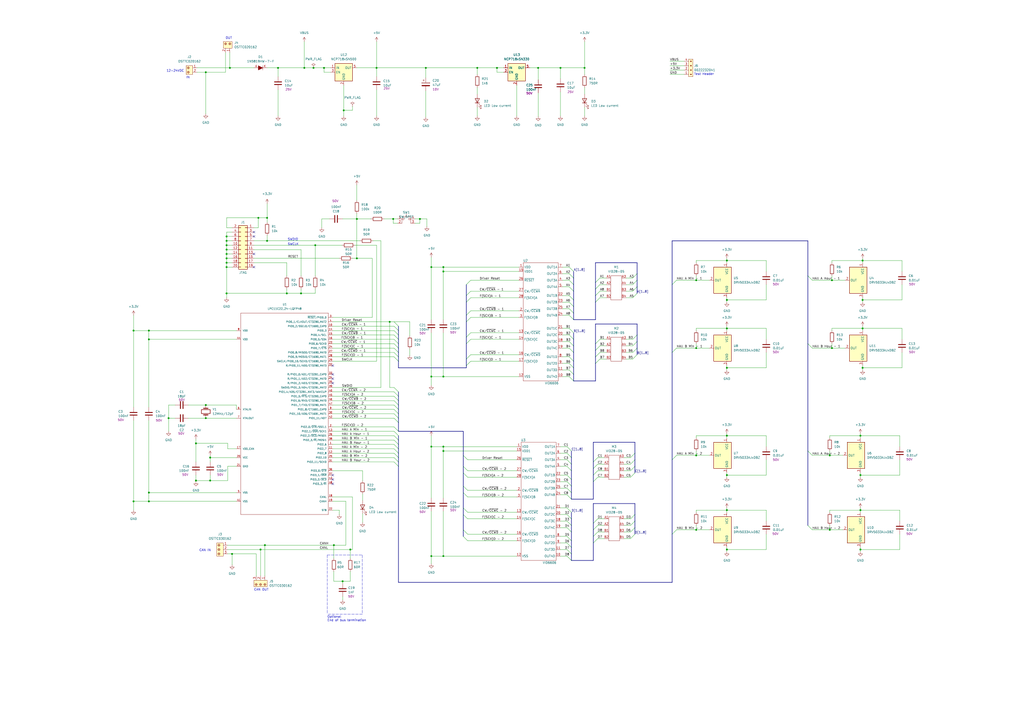
<source format=kicad_sch>
(kicad_sch (version 20211123) (generator eeschema)
  (paper "A2")
  (junction (at 207.01 149.86))
  (junction (at 149.86 126.365))
  (junction (at 86.36 191.77))
  (junction (at 134.62 321.31))
  (junction (at 421.64 173.99))
  (junction (at 421.64 295.91))
  (junction (at 276.86 39.37))
  (junction (at 131.445 144.78))
  (junction (at 482.6 201.93))
  (junction (at 113.665 278.765))
  (junction (at 218.44 39.37))
  (junction (at 481.33 307.34))
  (junction (at 198.755 337.185))
  (junction (at 174.625 170.18))
  (junction (at 166.37 170.18))
  (junction (at 86.36 290.83))
  (junction (at 421.64 275.59))
  (junction (at 481.33 264.16))
  (junction (at 77.47 290.83))
  (junction (at 257.175 259.08))
  (junction (at 421.64 252.73))
  (junction (at 247.015 39.37))
  (junction (at 193.675 316.23))
  (junction (at 228.092 127))
  (junction (at 403.86 264.16))
  (junction (at 121.92 278.765))
  (junction (at 500.38 173.99))
  (junction (at 499.11 252.73))
  (junction (at 181.864 39.37))
  (junction (at 207.01 127))
  (junction (at 119.38 242.57))
  (junction (at 288.29 39.37))
  (junction (at 131.445 147.32))
  (junction (at 131.445 137.16))
  (junction (at 86.36 285.75))
  (junction (at 421.64 151.13))
  (junction (at 403.86 307.34))
  (junction (at 500.38 151.13))
  (junction (at 77.47 191.77))
  (junction (at 250.19 322.58))
  (junction (at 499.11 318.77))
  (junction (at 421.64 190.5))
  (junction (at 257.175 261.62))
  (junction (at 113.665 257.175))
  (junction (at 500.38 213.36))
  (junction (at 500.38 190.5))
  (junction (at 154.94 126.365))
  (junction (at 131.445 152.4))
  (junction (at 403.86 201.93))
  (junction (at 176.53 39.37))
  (junction (at 226.06 186.69))
  (junction (at 131.445 154.94))
  (junction (at 153.67 316.23))
  (junction (at 133.35 39.37))
  (junction (at 257.175 218.44))
  (junction (at 199.39 64.008))
  (junction (at 339.09 39.37))
  (junction (at 243.586 127))
  (junction (at 421.64 213.36))
  (junction (at 151.13 318.77))
  (junction (at 257.175 157.48))
  (junction (at 482.6 162.56))
  (junction (at 182.88 142.24))
  (junction (at 312.166 39.37))
  (junction (at 131.445 142.24))
  (junction (at 119.38 41.91))
  (junction (at 250.19 154.94))
  (junction (at 119.38 234.95))
  (junction (at 86.36 196.85))
  (junction (at 250.19 218.44))
  (junction (at 187.96 39.37))
  (junction (at 97.79 242.57))
  (junction (at 154.94 139.7))
  (junction (at 121.92 265.43))
  (junction (at 257.175 154.94))
  (junction (at 203.2 318.77))
  (junction (at 499.11 295.91))
  (junction (at 161.29 39.37))
  (junction (at 131.445 149.86))
  (junction (at 421.64 318.77))
  (junction (at 499.11 275.59))
  (junction (at 257.175 322.58))
  (junction (at 131.445 170.18))
  (junction (at 250.19 259.08))
  (junction (at 403.86 162.56))
  (junction (at 325.12 39.37))
  (junction (at 131.445 139.7))
  (no_connect (at 193.04 278.13))
  (no_connect (at 193.04 275.59))
  (no_connect (at 147.32 147.32))
  (no_connect (at 147.32 154.94))
  (no_connect (at 147.32 134.62))
  (no_connect (at 147.32 137.16))
  (no_connect (at 193.04 222.25))
  (no_connect (at 193.04 212.09))
  (no_connect (at 193.04 217.17))
  (no_connect (at 193.04 219.71))
  (no_connect (at 193.04 280.67))
  (bus_entry (at 228.6 224.79) (size 2.54 2.54))
  (bus_entry (at 365.76 312.42) (size 2.54 -2.54))
  (bus_entry (at 330.2 175.26) (size 2.54 2.54))
  (bus_entry (at 344.17 314.96) (size 2.54 -2.54))
  (bus_entry (at 328.93 283.21) (size 2.54 2.54))
  (bus_entry (at 344.17 275.59) (size 2.54 -2.54))
  (bus_entry (at 344.17 279.4) (size 2.54 -2.54))
  (bus_entry (at 344.17 267.97) (size 2.54 -2.54))
  (bus_entry (at 344.17 271.78) (size 2.54 -2.54))
  (bus_entry (at 365.76 276.86) (size 2.54 -2.54))
  (bus_entry (at 330.2 166.37) (size 2.54 2.54))
  (bus_entry (at 228.6 229.87) (size 2.54 2.54))
  (bus_entry (at 330.2 190.5) (size 2.54 2.54))
  (bus_entry (at 268.732 264.16) (size 2.54 2.54))
  (bus_entry (at 228.6 227.33) (size 2.54 2.54))
  (bus_entry (at 344.17 307.34) (size 2.54 -2.54))
  (bus_entry (at 328.93 262.89) (size 2.54 2.54))
  (bus_entry (at 328.93 270.51) (size 2.54 2.54))
  (bus_entry (at 328.93 266.7) (size 2.54 2.54))
  (bus_entry (at 328.93 259.08) (size 2.54 2.54))
  (bus_entry (at 228.6 240.03) (size 2.54 2.54))
  (bus_entry (at 328.93 287.02) (size 2.54 2.54))
  (bus_entry (at 468.63 160.02) (size 2.54 2.54))
  (bus_entry (at 228.6 234.95) (size 2.54 2.54))
  (bus_entry (at 345.44 210.82) (size 2.54 -2.54))
  (bus_entry (at 468.63 261.62) (size 2.54 2.54))
  (bus_entry (at 328.93 311.15) (size 2.54 2.54))
  (bus_entry (at 328.93 298.45) (size 2.54 2.54))
  (bus_entry (at 330.2 201.93) (size 2.54 2.54))
  (bus_entry (at 330.2 214.63) (size 2.54 2.54))
  (bus_entry (at 365.76 265.43) (size 2.54 -2.54))
  (bus_entry (at 328.93 302.26) (size 2.54 2.54))
  (bus_entry (at 268.732 285.75) (size 2.54 2.54))
  (bus_entry (at 365.76 273.05) (size 2.54 -2.54))
  (bus_entry (at 328.93 294.64) (size 2.54 2.54))
  (bus_entry (at 365.76 269.24) (size 2.54 -2.54))
  (bus_entry (at 330.2 210.82) (size 2.54 2.54))
  (bus_entry (at 330.2 207.01) (size 2.54 2.54))
  (bus_entry (at 365.76 304.8) (size 2.54 -2.54))
  (bus_entry (at 330.2 162.56) (size 2.54 2.54))
  (bus_entry (at 228.6 232.41) (size 2.54 2.54))
  (bus_entry (at 268.732 294.64) (size 2.54 2.54))
  (bus_entry (at 344.17 311.15) (size 2.54 -2.54))
  (bus_entry (at 228.6 250.19) (size 2.54 2.54))
  (bus_entry (at 268.732 281.94) (size 2.54 2.54))
  (bus_entry (at 328.93 318.77) (size 2.54 2.54))
  (bus_entry (at 345.44 207.01) (size 2.54 -2.54))
  (bus_entry (at 268.732 298.45) (size 2.54 2.54))
  (bus_entry (at 328.93 306.07) (size 2.54 2.54))
  (bus_entry (at 330.2 171.45) (size 2.54 2.54))
  (bus_entry (at 268.732 274.32) (size 2.54 2.54))
  (bus_entry (at 328.93 279.4) (size 2.54 2.54))
  (bus_entry (at 228.6 237.49) (size 2.54 2.54))
  (bus_entry (at 345.44 203.2) (size 2.54 -2.54))
  (bus_entry (at 330.2 198.12) (size 2.54 2.54))
  (bus_entry (at 345.44 199.39) (size 2.54 -2.54))
  (bus_entry (at 330.2 218.44) (size 2.54 2.54))
  (bus_entry (at 468.63 199.39) (size 2.54 2.54))
  (bus_entry (at 330.2 179.07) (size 2.54 2.54))
  (bus_entry (at 330.2 182.88) (size 2.54 2.54))
  (bus_entry (at 345.44 163.83) (size 2.54 -2.54))
  (bus_entry (at 345.44 175.26) (size 2.54 -2.54))
  (bus_entry (at 345.44 167.64) (size 2.54 -2.54))
  (bus_entry (at 345.44 171.45) (size 2.54 -2.54))
  (bus_entry (at 367.03 204.47) (size 2.54 -2.54))
  (bus_entry (at 367.03 208.28) (size 2.54 -2.54))
  (bus_entry (at 367.03 196.85) (size 2.54 -2.54))
  (bus_entry (at 367.03 200.66) (size 2.54 -2.54))
  (bus_entry (at 367.03 168.91) (size 2.54 -2.54))
  (bus_entry (at 468.63 304.8) (size 2.54 2.54))
  (bus_entry (at 268.732 311.15) (size 2.54 2.54))
  (bus_entry (at 328.93 322.58) (size 2.54 2.54))
  (bus_entry (at 367.03 165.1) (size 2.54 -2.54))
  (bus_entry (at 365.76 308.61) (size 2.54 -2.54))
  (bus_entry (at 328.93 314.96) (size 2.54 2.54))
  (bus_entry (at 330.2 154.94) (size 2.54 2.54))
  (bus_entry (at 330.2 194.31) (size 2.54 2.54))
  (bus_entry (at 389.89 204.47) (size 2.54 -2.54))
  (bus_entry (at 389.89 165.1) (size 2.54 -2.54))
  (bus_entry (at 389.89 266.7) (size 2.54 -2.54))
  (bus_entry (at 389.89 309.88) (size 2.54 -2.54))
  (bus_entry (at 228.6 252.73) (size 2.54 2.54))
  (bus_entry (at 228.6 255.27) (size 2.54 2.54))
  (bus_entry (at 228.6 262.89) (size 2.54 2.54))
  (bus_entry (at 228.6 257.81) (size 2.54 2.54))
  (bus_entry (at 228.6 260.35) (size 2.54 2.54))
  (bus_entry (at 228.6 265.43) (size 2.54 2.54))
  (bus_entry (at 228.6 267.97) (size 2.54 2.54))
  (bus_entry (at 344.17 303.53) (size 2.54 -2.54))
  (bus_entry (at 330.2 158.75) (size 2.54 2.54))
  (bus_entry (at 367.03 161.29) (size 2.54 -2.54))
  (bus_entry (at 270.51 195.58) (size 2.54 -2.54))
  (bus_entry (at 270.51 186.69) (size 2.54 -2.54))
  (bus_entry (at 270.51 182.88) (size 2.54 -2.54))
  (bus_entry (at 270.51 212.09) (size 2.54 -2.54))
  (bus_entry (at 270.51 199.39) (size 2.54 -2.54))
  (bus_entry (at 270.51 208.28) (size 2.54 -2.54))
  (bus_entry (at 270.51 175.26) (size 2.54 -2.54))
  (bus_entry (at 270.51 165.1) (size 2.54 -2.54))
  (bus_entry (at 270.51 171.45) (size 2.54 -2.54))
  (bus_entry (at 228.6 196.85) (size 2.54 2.54))
  (bus_entry (at 228.6 199.39) (size 2.54 2.54))
  (bus_entry (at 228.6 201.93) (size 2.54 2.54))
  (bus_entry (at 228.6 204.47) (size 2.54 2.54))
  (bus_entry (at 228.6 207.01) (size 2.54 2.54))
  (bus_entry (at 228.6 194.31) (size 2.54 2.54))
  (bus_entry (at 228.6 191.77) (size 2.54 2.54))
  (bus_entry (at 228.6 189.23) (size 2.54 2.54))
  (bus_entry (at 365.76 300.99) (size 2.54 -2.54))
  (bus_entry (at 228.6 247.65) (size 2.54 2.54))
  (bus_entry (at 228.6 186.69) (size 2.54 2.54))
  (bus_entry (at 328.93 275.59) (size 2.54 2.54))
  (bus_entry (at 367.03 172.72) (size 2.54 -2.54))
  (bus_entry (at 228.6 242.57) (size 2.54 2.54))
  (bus_entry (at 268.732 307.34) (size 2.54 2.54))
  (bus_entry (at 268.732 270.51) (size 2.54 2.54))
  (wire (pts (xy 151.13 318.77) (xy 203.2 318.77)))
  (wire (pts (xy 132.08 270.51) (xy 137.16 270.51)))
  (bus (pts (xy 344.17 267.97) (xy 344.17 271.78)))
  (wire (pts (xy 193.675 331.47) (xy 193.675 337.185)))
  (wire (pts (xy 403.86 295.91) (xy 421.64 295.91)))
  (wire (pts (xy 203.2 318.77) (xy 203.2 323.85)))
  (polyline (pts (xy 210.185 356.235) (xy 190.5 356.235)))
  (wire (pts (xy 471.17 201.93) (xy 482.6 201.93)))
  (wire (pts (xy 216.408 139.7) (xy 220.98 139.7)))
  (wire (pts (xy 182.88 170.18) (xy 174.625 170.18)))
  (wire (pts (xy 499.11 252.73) (xy 499.11 254)))
  (wire (pts (xy 421.64 275.59) (xy 421.64 276.86)))
  (wire (pts (xy 500.38 173.99) (xy 500.38 175.26)))
  (wire (pts (xy 403.86 151.13) (xy 421.64 151.13)))
  (wire (pts (xy 271.272 273.05) (xy 299.72 273.05)))
  (bus (pts (xy 231.14 242.57) (xy 231.14 245.11)))
  (wire (pts (xy 193.04 237.49) (xy 228.6 237.49)))
  (bus (pts (xy 369.57 158.75) (xy 369.57 162.56)))
  (wire (pts (xy 131.445 142.24) (xy 131.445 144.78)))
  (wire (pts (xy 132.08 316.23) (xy 153.67 316.23)))
  (wire (pts (xy 403.86 261.62) (xy 403.86 264.16)))
  (wire (pts (xy 325.12 53.34) (xy 325.12 67.31)))
  (bus (pts (xy 332.74 220.98) (xy 345.44 220.98)))
  (wire (pts (xy 166.37 167.64) (xy 166.37 170.18)))
  (bus (pts (xy 270.51 171.45) (xy 270.51 175.26)))
  (bus (pts (xy 468.63 139.7) (xy 468.63 160.02)))
  (wire (pts (xy 200.66 290.83) (xy 200.66 316.23)))
  (wire (pts (xy 523.24 204.47) (xy 523.24 213.36)))
  (wire (pts (xy 326.39 175.26) (xy 330.2 175.26)))
  (wire (pts (xy 326.39 201.93) (xy 330.2 201.93)))
  (wire (pts (xy 132.08 321.31) (xy 134.62 321.31)))
  (bus (pts (xy 268.732 285.75) (xy 268.732 294.64)))
  (wire (pts (xy 276.86 39.37) (xy 288.29 39.37)))
  (wire (pts (xy 403.86 160.02) (xy 403.86 162.56)))
  (bus (pts (xy 344.17 271.78) (xy 344.17 275.59)))
  (wire (pts (xy 312.166 53.848) (xy 312.166 67.564)))
  (wire (pts (xy 199.39 49.53) (xy 199.39 64.008)))
  (wire (pts (xy 271.272 309.88) (xy 299.72 309.88)))
  (wire (pts (xy 130.81 41.91) (xy 119.38 41.91)))
  (wire (pts (xy 131.445 126.365) (xy 149.86 126.365)))
  (wire (pts (xy 444.5 165.1) (xy 444.5 173.99)))
  (bus (pts (xy 368.3 256.54) (xy 368.3 262.89)))
  (wire (pts (xy 347.98 168.91) (xy 351.79 168.91)))
  (wire (pts (xy 403.86 252.73) (xy 403.86 254)))
  (wire (pts (xy 198.755 337.185) (xy 203.2 337.185)))
  (wire (pts (xy 482.6 199.39) (xy 482.6 201.93)))
  (bus (pts (xy 331.47 308.61) (xy 331.47 313.69)))
  (wire (pts (xy 388.62 35.56) (xy 396.875 35.56)))
  (wire (pts (xy 114.3 41.91) (xy 119.38 41.91)))
  (wire (pts (xy 204.47 61.722) (xy 204.47 64.008)))
  (wire (pts (xy 101.6 234.95) (xy 97.79 234.95)))
  (bus (pts (xy 231.14 337.82) (xy 389.89 337.82)))
  (wire (pts (xy 361.95 308.61) (xy 365.76 308.61)))
  (wire (pts (xy 77.47 243.84) (xy 77.47 290.83)))
  (bus (pts (xy 344.17 314.96) (xy 344.17 311.15)))
  (wire (pts (xy 186.69 127) (xy 186.69 132.08)))
  (bus (pts (xy 344.17 292.1) (xy 344.17 303.53)))
  (wire (pts (xy 210.312 297.942) (xy 210.312 303.022)))
  (wire (pts (xy 482.6 162.56) (xy 490.22 162.56)))
  (wire (pts (xy 499.11 294.64) (xy 499.11 295.91)))
  (wire (pts (xy 131.445 134.62) (xy 131.445 137.16)))
  (wire (pts (xy 131.445 147.32) (xy 134.62 147.32)))
  (bus (pts (xy 231.14 237.49) (xy 231.14 240.03)))
  (bus (pts (xy 389.89 204.47) (xy 389.89 266.7)))
  (wire (pts (xy 207.01 107.315) (xy 207.01 116.205)))
  (wire (pts (xy 481.33 252.73) (xy 481.33 254)))
  (polyline (pts (xy 189.865 321.945) (xy 210.185 321.945)))
  (wire (pts (xy 134.62 132.08) (xy 131.445 132.08)))
  (wire (pts (xy 471.17 264.16) (xy 481.33 264.16)))
  (wire (pts (xy 193.04 232.41) (xy 228.6 232.41)))
  (wire (pts (xy 154.94 139.7) (xy 208.788 139.7)))
  (bus (pts (xy 231.14 227.33) (xy 231.14 229.87)))
  (wire (pts (xy 203.2 318.77) (xy 204.47 318.77)))
  (wire (pts (xy 149.86 132.08) (xy 149.86 126.365)))
  (wire (pts (xy 444.5 309.88) (xy 444.5 318.77)))
  (wire (pts (xy 132.08 257.175) (xy 132.08 260.35)))
  (bus (pts (xy 231.14 189.23) (xy 231.14 191.77)))
  (wire (pts (xy 174.625 170.18) (xy 166.37 170.18)))
  (wire (pts (xy 97.79 234.95) (xy 97.79 242.57)))
  (bus (pts (xy 331.47 304.8) (xy 331.47 308.61)))
  (bus (pts (xy 332.74 168.91) (xy 332.74 173.99)))
  (bus (pts (xy 231.14 199.39) (xy 231.14 201.93)))
  (wire (pts (xy 205.994 142.24) (xy 218.44 142.24)))
  (wire (pts (xy 325.12 287.02) (xy 328.93 287.02)))
  (wire (pts (xy 444.5 213.36) (xy 421.64 213.36)))
  (wire (pts (xy 361.95 304.8) (xy 365.76 304.8)))
  (bus (pts (xy 368.3 270.51) (xy 368.3 274.32)))
  (wire (pts (xy 361.95 273.05) (xy 365.76 273.05)))
  (wire (pts (xy 481.33 264.16) (xy 488.95 264.16)))
  (wire (pts (xy 361.95 265.43) (xy 365.76 265.43)))
  (wire (pts (xy 363.22 196.85) (xy 367.03 196.85)))
  (wire (pts (xy 521.97 309.88) (xy 521.97 318.77)))
  (wire (pts (xy 134.62 134.62) (xy 131.445 134.62)))
  (bus (pts (xy 345.44 187.96) (xy 345.44 199.39)))
  (bus (pts (xy 231.14 240.03) (xy 231.14 242.57)))
  (bus (pts (xy 270.51 165.1) (xy 270.51 171.45)))
  (wire (pts (xy 257.175 259.08) (xy 299.72 259.08)))
  (wire (pts (xy 193.04 194.31) (xy 228.6 194.31)))
  (bus (pts (xy 345.44 185.42) (xy 345.44 175.26)))
  (polyline (pts (xy 189.865 321.945) (xy 189.865 356.235)))
  (wire (pts (xy 218.44 24.13) (xy 218.44 39.37)))
  (wire (pts (xy 403.86 162.56) (xy 411.48 162.56)))
  (wire (pts (xy 77.47 182.88) (xy 77.47 191.77)))
  (wire (pts (xy 403.86 307.34) (xy 411.48 307.34)))
  (wire (pts (xy 444.5 266.7) (xy 444.5 275.59)))
  (bus (pts (xy 332.74 209.55) (xy 332.74 213.36)))
  (bus (pts (xy 268.732 281.94) (xy 268.732 285.75)))
  (wire (pts (xy 226.06 186.69) (xy 228.6 186.69)))
  (wire (pts (xy 325.12 311.15) (xy 328.93 311.15)))
  (wire (pts (xy 77.47 290.83) (xy 86.36 290.83)))
  (wire (pts (xy 481.33 307.34) (xy 488.95 307.34)))
  (bus (pts (xy 231.14 207.01) (xy 231.14 209.55)))
  (wire (pts (xy 257.175 193.04) (xy 257.175 218.44)))
  (bus (pts (xy 331.47 321.31) (xy 331.47 325.12)))
  (wire (pts (xy 482.6 160.02) (xy 482.6 162.56)))
  (wire (pts (xy 326.39 198.12) (xy 330.2 198.12)))
  (wire (pts (xy 326.39 171.45) (xy 330.2 171.45)))
  (bus (pts (xy 368.3 292.1) (xy 368.3 298.45)))
  (wire (pts (xy 250.19 252.73) (xy 250.19 259.08)))
  (wire (pts (xy 193.675 337.185) (xy 198.755 337.185)))
  (wire (pts (xy 307.34 39.37) (xy 312.166 39.37)))
  (wire (pts (xy 325.12 294.64) (xy 328.93 294.64)))
  (wire (pts (xy 325.12 262.89) (xy 328.93 262.89)))
  (wire (pts (xy 133.35 39.37) (xy 147.32 39.37)))
  (wire (pts (xy 361.95 269.24) (xy 365.76 269.24)))
  (bus (pts (xy 345.44 167.64) (xy 345.44 171.45)))
  (wire (pts (xy 193.675 316.23) (xy 193.675 323.85)))
  (bus (pts (xy 268.732 307.34) (xy 268.732 311.15)))
  (wire (pts (xy 444.5 259.08) (xy 444.5 252.73)))
  (bus (pts (xy 345.44 187.96) (xy 369.57 187.96)))
  (wire (pts (xy 210.312 286.512) (xy 210.312 290.322)))
  (wire (pts (xy 86.36 191.77) (xy 137.16 191.77)))
  (wire (pts (xy 257.175 261.62) (xy 299.72 261.62)))
  (bus (pts (xy 345.44 220.98) (xy 345.44 210.82)))
  (wire (pts (xy 421.64 212.09) (xy 421.64 213.36)))
  (wire (pts (xy 288.29 41.91) (xy 288.29 39.37)))
  (wire (pts (xy 134.62 321.31) (xy 134.62 327.66)))
  (wire (pts (xy 403.86 295.91) (xy 403.86 297.18)))
  (wire (pts (xy 176.53 24.13) (xy 176.53 39.37)))
  (wire (pts (xy 250.19 218.44) (xy 257.175 218.44)))
  (wire (pts (xy 109.22 242.57) (xy 119.38 242.57)))
  (bus (pts (xy 231.14 262.89) (xy 231.14 265.43)))
  (wire (pts (xy 193.04 255.27) (xy 228.6 255.27)))
  (wire (pts (xy 388.62 40.64) (xy 396.875 40.64)))
  (wire (pts (xy 421.64 251.46) (xy 421.64 252.73)))
  (wire (pts (xy 218.44 52.07) (xy 218.44 67.31)))
  (wire (pts (xy 119.38 41.91) (xy 119.38 66.04)))
  (wire (pts (xy 131.445 132.08) (xy 131.445 126.365)))
  (bus (pts (xy 344.17 307.34) (xy 344.17 311.15)))
  (wire (pts (xy 131.445 170.18) (xy 131.445 172.72)))
  (wire (pts (xy 131.445 137.16) (xy 131.445 139.7)))
  (bus (pts (xy 331.47 317.5) (xy 331.47 321.31)))
  (wire (pts (xy 482.6 151.13) (xy 500.38 151.13)))
  (wire (pts (xy 147.32 152.4) (xy 166.37 152.4)))
  (wire (pts (xy 521.97 302.26) (xy 521.97 295.91)))
  (wire (pts (xy 137.16 196.85) (xy 86.36 196.85)))
  (wire (pts (xy 482.6 151.13) (xy 482.6 152.4)))
  (wire (pts (xy 392.43 264.16) (xy 403.86 264.16)))
  (wire (pts (xy 363.22 165.1) (xy 367.03 165.1)))
  (wire (pts (xy 250.19 259.08) (xy 250.19 288.925)))
  (wire (pts (xy 444.5 275.59) (xy 421.64 275.59)))
  (wire (pts (xy 300.99 157.48) (xy 257.175 157.48)))
  (wire (pts (xy 250.19 296.545) (xy 250.19 322.58)))
  (wire (pts (xy 421.64 189.23) (xy 421.64 190.5)))
  (wire (pts (xy 222.758 127) (xy 228.092 127)))
  (bus (pts (xy 270.51 186.69) (xy 270.51 195.58)))
  (wire (pts (xy 346.71 308.61) (xy 350.52 308.61)))
  (wire (pts (xy 250.19 322.58) (xy 257.175 322.58)))
  (wire (pts (xy 273.05 168.91) (xy 300.99 168.91)))
  (wire (pts (xy 326.39 182.88) (xy 330.2 182.88)))
  (wire (pts (xy 499.11 275.59) (xy 499.11 276.86)))
  (wire (pts (xy 257.175 154.94) (xy 250.19 154.94)))
  (wire (pts (xy 131.445 142.24) (xy 134.62 142.24)))
  (bus (pts (xy 331.47 325.12) (xy 344.17 325.12)))
  (wire (pts (xy 131.445 139.7) (xy 134.62 139.7)))
  (bus (pts (xy 270.51 195.58) (xy 270.51 199.39)))
  (wire (pts (xy 131.445 149.86) (xy 131.445 152.4)))
  (wire (pts (xy 131.445 154.94) (xy 131.445 170.18)))
  (wire (pts (xy 193.04 191.77) (xy 228.6 191.77)))
  (wire (pts (xy 363.22 161.29) (xy 367.03 161.29)))
  (wire (pts (xy 193.04 257.81) (xy 228.6 257.81)))
  (bus (pts (xy 231.14 255.27) (xy 231.14 257.81)))
  (wire (pts (xy 193.04 262.89) (xy 228.6 262.89)))
  (wire (pts (xy 193.04 252.73) (xy 228.6 252.73)))
  (wire (pts (xy 388.62 38.1) (xy 396.875 38.1)))
  (wire (pts (xy 363.22 172.72) (xy 367.03 172.72)))
  (wire (pts (xy 86.36 196.85) (xy 86.36 236.22)))
  (bus (pts (xy 331.47 273.05) (xy 331.47 278.13)))
  (wire (pts (xy 149.86 132.08) (xy 147.32 132.08)))
  (wire (pts (xy 218.44 39.37) (xy 218.44 44.45)))
  (wire (pts (xy 421.64 172.72) (xy 421.64 173.99)))
  (wire (pts (xy 326.39 210.82) (xy 330.2 210.82)))
  (wire (pts (xy 121.92 265.43) (xy 137.16 265.43)))
  (wire (pts (xy 191.135 127) (xy 186.69 127)))
  (bus (pts (xy 270.51 212.09) (xy 270.51 213.36)))
  (bus (pts (xy 231.14 234.95) (xy 231.14 237.49)))
  (wire (pts (xy 137.16 242.57) (xy 119.38 242.57)))
  (wire (pts (xy 363.22 200.66) (xy 367.03 200.66)))
  (wire (pts (xy 403.86 264.16) (xy 411.48 264.16)))
  (wire (pts (xy 326.39 194.31) (xy 330.2 194.31)))
  (wire (pts (xy 361.95 300.99) (xy 365.76 300.99)))
  (bus (pts (xy 331.47 281.94) (xy 331.47 285.75)))
  (wire (pts (xy 325.12 266.7) (xy 328.93 266.7)))
  (wire (pts (xy 121.92 278.765) (xy 132.08 278.765)))
  (wire (pts (xy 257.175 322.58) (xy 299.72 322.58)))
  (bus (pts (xy 344.17 275.59) (xy 344.17 279.4)))
  (bus (pts (xy 345.44 210.82) (xy 345.44 207.01)))
  (bus (pts (xy 345.44 152.4) (xy 345.44 163.83)))
  (wire (pts (xy 271.272 276.86) (xy 299.72 276.86)))
  (bus (pts (xy 369.57 194.31) (xy 369.57 198.12)))
  (wire (pts (xy 312.166 39.37) (xy 325.12 39.37)))
  (bus (pts (xy 389.89 165.1) (xy 389.89 204.47)))
  (wire (pts (xy 121.92 278.765) (xy 121.92 275.59)))
  (wire (pts (xy 288.29 39.37) (xy 292.1 39.37)))
  (wire (pts (xy 77.47 290.83) (xy 77.47 295.91)))
  (wire (pts (xy 326.39 179.07) (xy 330.2 179.07)))
  (bus (pts (xy 468.63 199.39) (xy 468.63 261.62)))
  (wire (pts (xy 339.09 24.13) (xy 339.09 39.37)))
  (bus (pts (xy 332.74 185.42) (xy 345.44 185.42)))
  (wire (pts (xy 300.99 154.94) (xy 257.175 154.94)))
  (wire (pts (xy 347.98 172.72) (xy 351.79 172.72)))
  (wire (pts (xy 193.04 234.95) (xy 228.6 234.95)))
  (wire (pts (xy 240.792 129.54) (xy 243.586 129.54)))
  (wire (pts (xy 403.86 151.13) (xy 403.86 152.4)))
  (wire (pts (xy 193.04 273.05) (xy 210.312 273.05)))
  (wire (pts (xy 421.64 252.73) (xy 421.64 254)))
  (bus (pts (xy 344.17 325.12) (xy 344.17 314.96)))
  (wire (pts (xy 271.272 288.29) (xy 299.72 288.29)))
  (wire (pts (xy 499.11 275.59) (xy 499.11 274.32)))
  (bus (pts (xy 331.47 313.69) (xy 331.47 317.5)))
  (bus (pts (xy 369.57 201.93) (xy 369.57 205.74)))
  (wire (pts (xy 247.015 39.37) (xy 247.015 45.085)))
  (wire (pts (xy 131.445 152.4) (xy 131.445 154.94)))
  (wire (pts (xy 481.33 304.8) (xy 481.33 307.34)))
  (bus (pts (xy 368.3 298.45) (xy 368.3 302.26)))
  (bus (pts (xy 332.74 177.8) (xy 332.74 181.61)))
  (wire (pts (xy 193.04 229.87) (xy 228.6 229.87)))
  (wire (pts (xy 276.86 39.37) (xy 276.86 43.18)))
  (bus (pts (xy 332.74 196.85) (xy 332.74 200.66)))
  (wire (pts (xy 86.36 196.85) (xy 86.36 191.77)))
  (wire (pts (xy 481.33 261.62) (xy 481.33 264.16)))
  (wire (pts (xy 131.445 170.18) (xy 166.37 170.18)))
  (wire (pts (xy 133.35 30.48) (xy 133.35 39.37)))
  (wire (pts (xy 207.01 123.825) (xy 207.01 127)))
  (bus (pts (xy 345.44 175.26) (xy 345.44 171.45)))
  (wire (pts (xy 204.47 288.29) (xy 204.47 318.77)))
  (bus (pts (xy 332.74 165.1) (xy 332.74 168.91)))
  (wire (pts (xy 207.01 39.37) (xy 218.44 39.37)))
  (wire (pts (xy 131.445 154.94) (xy 134.62 154.94)))
  (wire (pts (xy 176.53 39.37) (xy 181.864 39.37)))
  (wire (pts (xy 444.5 204.47) (xy 444.5 213.36)))
  (wire (pts (xy 444.5 302.26) (xy 444.5 295.91)))
  (wire (pts (xy 346.71 304.8) (xy 350.52 304.8)))
  (wire (pts (xy 273.05 205.74) (xy 300.99 205.74)))
  (wire (pts (xy 226.06 186.69) (xy 226.06 224.79)))
  (wire (pts (xy 403.86 199.39) (xy 403.86 201.93)))
  (wire (pts (xy 421.64 213.36) (xy 421.64 214.63)))
  (wire (pts (xy 326.39 207.01) (xy 330.2 207.01)))
  (wire (pts (xy 250.19 149.225) (xy 250.19 154.94)))
  (wire (pts (xy 132.08 318.77) (xy 151.13 318.77)))
  (wire (pts (xy 444.5 190.5) (xy 421.64 190.5)))
  (wire (pts (xy 86.36 191.77) (xy 77.47 191.77)))
  (wire (pts (xy 325.12 270.51) (xy 328.93 270.51)))
  (bus (pts (xy 389.89 266.7) (xy 389.89 309.88)))
  (wire (pts (xy 521.97 266.7) (xy 521.97 275.59)))
  (wire (pts (xy 521.97 295.91) (xy 499.11 295.91)))
  (bus (pts (xy 270.51 182.88) (xy 270.51 186.69)))
  (wire (pts (xy 250.19 218.44) (xy 250.19 223.52)))
  (bus (pts (xy 331.47 273.05) (xy 331.47 269.24)))
  (wire (pts (xy 325.12 302.26) (xy 328.93 302.26)))
  (wire (pts (xy 193.04 265.43) (xy 228.6 265.43)))
  (wire (pts (xy 326.39 162.56) (xy 330.2 162.56)))
  (bus (pts (xy 270.51 175.26) (xy 270.51 182.88)))
  (wire (pts (xy 346.71 269.24) (xy 350.52 269.24)))
  (wire (pts (xy 325.12 275.59) (xy 328.93 275.59)))
  (wire (pts (xy 403.86 201.93) (xy 411.48 201.93)))
  (wire (pts (xy 325.12 279.4) (xy 328.93 279.4)))
  (wire (pts (xy 325.12 306.07) (xy 328.93 306.07)))
  (wire (pts (xy 346.71 276.86) (xy 350.52 276.86)))
  (bus (pts (xy 369.57 198.12) (xy 369.57 201.93)))
  (wire (pts (xy 113.665 275.59) (xy 113.665 278.765)))
  (bus (pts (xy 332.74 204.47) (xy 332.74 209.55)))
  (wire (pts (xy 113.665 257.175) (xy 113.665 267.97)))
  (wire (pts (xy 250.19 154.94) (xy 250.19 185.42)))
  (bus (pts (xy 332.74 193.04) (xy 332.74 196.85)))
  (bus (pts (xy 331.47 285.75) (xy 331.47 289.56)))
  (wire (pts (xy 147.32 142.24) (xy 182.88 142.24)))
  (wire (pts (xy 403.86 252.73) (xy 421.64 252.73)))
  (wire (pts (xy 312.166 39.37) (xy 312.166 46.228)))
  (wire (pts (xy 392.43 162.56) (xy 403.86 162.56)))
  (wire (pts (xy 347.98 165.1) (xy 351.79 165.1)))
  (wire (pts (xy 271.272 313.69) (xy 299.72 313.69)))
  (bus (pts (xy 331.47 300.99) (xy 331.47 304.8)))
  (bus (pts (xy 231.14 265.43) (xy 231.14 267.97)))
  (wire (pts (xy 199.39 64.008) (xy 199.39 67.31)))
  (bus (pts (xy 332.74 161.29) (xy 332.74 165.1)))
  (wire (pts (xy 403.86 190.5) (xy 421.64 190.5)))
  (wire (pts (xy 325.12 298.45) (xy 328.93 298.45)))
  (wire (pts (xy 363.22 204.47) (xy 367.03 204.47)))
  (bus (pts (xy 468.63 261.62) (xy 468.63 304.8)))
  (wire (pts (xy 421.64 318.77) (xy 421.64 320.04)))
  (bus (pts (xy 231.14 232.41) (xy 231.14 234.95)))
  (wire (pts (xy 326.39 166.37) (xy 330.2 166.37)))
  (wire (pts (xy 326.39 154.94) (xy 330.2 154.94)))
  (wire (pts (xy 193.04 186.69) (xy 226.06 186.69)))
  (wire (pts (xy 325.12 39.37) (xy 325.12 45.72)))
  (wire (pts (xy 257.175 261.62) (xy 257.175 288.925)))
  (bus (pts (xy 345.44 203.2) (xy 345.44 207.01)))
  (wire (pts (xy 347.98 200.66) (xy 351.79 200.66)))
  (bus (pts (xy 332.74 200.66) (xy 332.74 204.47)))
  (wire (pts (xy 444.5 157.48) (xy 444.5 151.13)))
  (bus (pts (xy 331.47 289.56) (xy 344.17 289.56)))
  (wire (pts (xy 347.98 196.85) (xy 351.79 196.85)))
  (wire (pts (xy 193.04 250.19) (xy 228.6 250.19)))
  (bus (pts (xy 344.17 256.54) (xy 368.3 256.54)))
  (wire (pts (xy 174.625 144.78) (xy 174.625 160.02)))
  (wire (pts (xy 174.625 167.64) (xy 174.625 170.18)))
  (bus (pts (xy 270.51 208.28) (xy 270.51 212.09)))
  (wire (pts (xy 273.05 162.56) (xy 300.99 162.56)))
  (wire (pts (xy 204.47 149.86) (xy 207.01 149.86)))
  (bus (pts (xy 231.14 191.77) (xy 231.14 194.31)))
  (bus (pts (xy 231.14 209.55) (xy 231.14 213.36)))
  (wire (pts (xy 153.67 316.23) (xy 193.675 316.23)))
  (wire (pts (xy 481.33 252.73) (xy 499.11 252.73)))
  (wire (pts (xy 500.38 189.23) (xy 500.38 190.5)))
  (wire (pts (xy 471.17 307.34) (xy 481.33 307.34)))
  (wire (pts (xy 421.64 274.32) (xy 421.64 275.59)))
  (wire (pts (xy 182.88 142.24) (xy 182.88 160.02)))
  (wire (pts (xy 421.64 190.5) (xy 421.64 191.77)))
  (wire (pts (xy 363.22 168.91) (xy 367.03 168.91)))
  (bus (pts (xy 268.732 294.64) (xy 268.732 298.45)))
  (wire (pts (xy 250.19 193.04) (xy 250.19 218.44)))
  (wire (pts (xy 77.47 191.77) (xy 77.47 236.22)))
  (wire (pts (xy 228.6 186.69) (xy 237.744 186.69)))
  (wire (pts (xy 193.04 267.97) (xy 228.6 267.97)))
  (wire (pts (xy 161.29 52.07) (xy 161.29 67.31)))
  (bus (pts (xy 332.74 213.36) (xy 332.74 217.17)))
  (wire (pts (xy 271.272 266.7) (xy 299.72 266.7)))
  (wire (pts (xy 154.94 126.365) (xy 154.94 128.905)))
  (wire (pts (xy 226.06 224.79) (xy 228.6 224.79)))
  (wire (pts (xy 114.3 39.37) (xy 133.35 39.37)))
  (wire (pts (xy 193.04 240.03) (xy 228.6 240.03)))
  (wire (pts (xy 325.12 322.58) (xy 328.93 322.58)))
  (wire (pts (xy 325.12 259.08) (xy 328.93 259.08)))
  (wire (pts (xy 193.04 224.79) (xy 220.98 224.79)))
  (wire (pts (xy 521.97 275.59) (xy 499.11 275.59)))
  (wire (pts (xy 250.19 322.58) (xy 250.19 327.025)))
  (wire (pts (xy 86.36 285.75) (xy 137.16 285.75)))
  (wire (pts (xy 218.44 39.37) (xy 247.015 39.37)))
  (wire (pts (xy 130.81 170.18) (xy 131.445 170.18)))
  (wire (pts (xy 326.39 218.44) (xy 330.2 218.44)))
  (wire (pts (xy 403.86 190.5) (xy 403.86 191.77)))
  (wire (pts (xy 182.88 167.64) (xy 182.88 170.18)))
  (wire (pts (xy 113.665 254.635) (xy 113.665 257.175)))
  (wire (pts (xy 230.632 129.54) (xy 228.092 129.54)))
  (bus (pts (xy 344.17 289.56) (xy 344.17 279.4)))
  (wire (pts (xy 299.72 49.53) (xy 299.72 67.31)))
  (wire (pts (xy 499.11 295.91) (xy 499.11 297.18)))
  (wire (pts (xy 276.86 50.8) (xy 276.86 54.61)))
  (bus (pts (xy 345.44 152.4) (xy 369.57 152.4)))
  (bus (pts (xy 231.14 204.47) (xy 231.14 207.01)))
  (wire (pts (xy 257.175 218.44) (xy 300.99 218.44)))
  (wire (pts (xy 273.05 196.85) (xy 300.99 196.85)))
  (wire (pts (xy 339.09 50.8) (xy 339.09 54.61)))
  (wire (pts (xy 276.86 62.23) (xy 276.86 67.31)))
  (wire (pts (xy 131.445 152.4) (xy 134.62 152.4)))
  (wire (pts (xy 482.6 190.5) (xy 500.38 190.5)))
  (bus (pts (xy 468.63 160.02) (xy 468.63 199.39)))
  (bus (pts (xy 270.51 199.39) (xy 270.51 208.28)))
  (wire (pts (xy 193.04 207.01) (xy 228.6 207.01)))
  (bus (pts (xy 231.14 270.51) (xy 231.14 337.82)))
  (wire (pts (xy 121.92 264.16) (xy 121.92 265.43)))
  (wire (pts (xy 499.11 251.46) (xy 499.11 252.73)))
  (polyline (pts (xy 210.185 321.945) (xy 210.185 356.235)))
  (bus (pts (xy 344.17 303.53) (xy 344.17 307.34)))
  (wire (pts (xy 207.01 149.86) (xy 215.9 149.86)))
  (wire (pts (xy 193.04 295.91) (xy 196.85 295.91)))
  (bus (pts (xy 369.57 166.37) (xy 369.57 170.18)))
  (wire (pts (xy 147.32 139.7) (xy 154.94 139.7)))
  (wire (pts (xy 273.05 172.72) (xy 300.99 172.72)))
  (wire (pts (xy 523.24 190.5) (xy 500.38 190.5)))
  (wire (pts (xy 97.79 242.57) (xy 97.79 250.19)))
  (wire (pts (xy 134.62 321.31) (xy 148.59 321.31)))
  (wire (pts (xy 187.96 39.37) (xy 191.77 39.37)))
  (bus (pts (xy 344.17 256.54) (xy 344.17 267.97)))
  (wire (pts (xy 193.04 204.47) (xy 228.6 204.47)))
  (wire (pts (xy 198.755 346.075) (xy 198.755 347.98)))
  (bus (pts (xy 268.732 270.51) (xy 268.732 274.32)))
  (wire (pts (xy 247.015 52.705) (xy 247.015 67.945)))
  (wire (pts (xy 482.6 190.5) (xy 482.6 191.77)))
  (wire (pts (xy 325.12 318.77) (xy 328.93 318.77)))
  (wire (pts (xy 500.38 172.72) (xy 500.38 173.99)))
  (bus (pts (xy 231.14 196.85) (xy 231.14 199.39)))
  (wire (pts (xy 257.175 154.94) (xy 257.175 157.48)))
  (wire (pts (xy 250.19 259.08) (xy 257.175 259.08)))
  (wire (pts (xy 421.64 151.13) (xy 421.64 152.4)))
  (wire (pts (xy 132.08 260.35) (xy 137.16 260.35)))
  (bus (pts (xy 389.89 139.7) (xy 468.63 139.7)))
  (bus (pts (xy 331.47 278.13) (xy 331.47 281.94)))
  (wire (pts (xy 421.64 295.91) (xy 421.64 297.18)))
  (wire (pts (xy 339.09 62.23) (xy 339.09 67.31)))
  (wire (pts (xy 131.445 139.7) (xy 131.445 142.24)))
  (wire (pts (xy 346.71 265.43) (xy 350.52 265.43)))
  (wire (pts (xy 187.96 41.91) (xy 187.96 39.37)))
  (wire (pts (xy 257.175 296.545) (xy 257.175 322.58)))
  (bus (pts (xy 368.3 306.07) (xy 368.3 309.88)))
  (wire (pts (xy 243.586 129.54) (xy 243.586 127)))
  (wire (pts (xy 153.67 316.23) (xy 153.67 334.01)))
  (bus (pts (xy 231.14 194.31) (xy 231.14 196.85)))
  (wire (pts (xy 500.38 149.86) (xy 500.38 151.13)))
  (wire (pts (xy 273.05 193.04) (xy 300.99 193.04)))
  (wire (pts (xy 392.43 201.93) (xy 403.86 201.93)))
  (wire (pts (xy 193.04 201.93) (xy 228.6 201.93)))
  (wire (pts (xy 161.29 39.37) (xy 176.53 39.37)))
  (wire (pts (xy 86.36 290.83) (xy 137.16 290.83)))
  (bus (pts (xy 231.14 260.35) (xy 231.14 262.89)))
  (bus (pts (xy 231.14 252.73) (xy 231.14 255.27)))
  (bus (pts (xy 268.732 298.45) (xy 268.732 307.34)))
  (wire (pts (xy 181.864 39.37) (xy 187.96 39.37)))
  (bus (pts (xy 331.47 269.24) (xy 331.47 265.43)))
  (bus (pts (xy 389.89 337.82) (xy 389.89 309.88)))
  (wire (pts (xy 271.272 300.99) (xy 299.72 300.99)))
  (wire (pts (xy 97.79 242.57) (xy 101.6 242.57)))
  (wire (pts (xy 326.39 214.63) (xy 330.2 214.63)))
  (wire (pts (xy 421.64 173.99) (xy 421.64 175.26)))
  (wire (pts (xy 113.665 278.765) (xy 121.92 278.765)))
  (wire (pts (xy 154.94 118.11) (xy 154.94 126.365)))
  (wire (pts (xy 237.744 186.69) (xy 237.744 194.818)))
  (wire (pts (xy 240.792 127) (xy 243.586 127)))
  (bus (pts (xy 332.74 157.48) (xy 332.74 161.29)))
  (wire (pts (xy 523.24 165.1) (xy 523.24 173.99)))
  (bus (pts (xy 368.3 266.7) (xy 368.3 270.51)))
  (wire (pts (xy 193.04 227.33) (xy 228.6 227.33)))
  (wire (pts (xy 130.81 30.48) (xy 130.81 41.91)))
  (wire (pts (xy 403.86 304.8) (xy 403.86 307.34)))
  (wire (pts (xy 481.33 295.91) (xy 481.33 297.18)))
  (bus (pts (xy 231.14 229.87) (xy 231.14 232.41)))
  (wire (pts (xy 147.32 149.86) (xy 196.85 149.86)))
  (wire (pts (xy 134.62 149.86) (xy 131.445 149.86)))
  (wire (pts (xy 421.64 318.77) (xy 421.64 317.5)))
  (bus (pts (xy 231.14 257.81) (xy 231.14 260.35)))
  (wire (pts (xy 193.04 209.55) (xy 218.44 209.55)))
  (bus (pts (xy 344.17 292.1) (xy 368.3 292.1)))
  (bus (pts (xy 231.14 267.97) (xy 231.14 270.51)))
  (wire (pts (xy 523.24 213.36) (xy 500.38 213.36)))
  (wire (pts (xy 161.29 39.37) (xy 161.29 44.45)))
  (wire (pts (xy 421.64 149.86) (xy 421.64 151.13)))
  (wire (pts (xy 203.2 331.47) (xy 203.2 337.185)))
  (wire (pts (xy 292.1 41.91) (xy 288.29 41.91)))
  (wire (pts (xy 198.755 338.455) (xy 198.755 337.185)))
  (wire (pts (xy 193.04 260.35) (xy 228.6 260.35)))
  (wire (pts (xy 207.01 127) (xy 207.01 149.86)))
  (wire (pts (xy 523.24 173.99) (xy 500.38 173.99)))
  (wire (pts (xy 326.39 158.75) (xy 330.2 158.75)))
  (wire (pts (xy 166.37 152.4) (xy 166.37 160.02)))
  (wire (pts (xy 499.11 317.5) (xy 499.11 318.77)))
  (bus (pts (xy 332.74 173.99) (xy 332.74 177.8)))
  (wire (pts (xy 121.92 265.43) (xy 121.92 267.97)))
  (wire (pts (xy 444.5 295.91) (xy 421.64 295.91)))
  (wire (pts (xy 207.01 127) (xy 198.755 127)))
  (wire (pts (xy 191.77 41.91) (xy 187.96 41.91)))
  (wire (pts (xy 86.36 285.75) (xy 86.36 290.83)))
  (wire (pts (xy 339.09 39.37) (xy 339.09 43.18)))
  (wire (pts (xy 119.38 234.95) (xy 137.16 234.95)))
  (wire (pts (xy 273.05 209.55) (xy 300.99 209.55)))
  (wire (pts (xy 151.13 318.77) (xy 151.13 334.01)))
  (wire (pts (xy 500.38 151.13) (xy 500.38 152.4)))
  (wire (pts (xy 207.01 127) (xy 215.138 127)))
  (wire (pts (xy 131.445 137.16) (xy 134.62 137.16)))
  (wire (pts (xy 444.5 151.13) (xy 421.64 151.13)))
  (wire (pts (xy 131.445 144.78) (xy 134.62 144.78)))
  (wire (pts (xy 193.04 290.83) (xy 200.66 290.83)))
  (wire (pts (xy 196.85 295.91) (xy 196.85 298.45)))
  (wire (pts (xy 421.64 294.64) (xy 421.64 295.91)))
  (bus (pts (xy 231.14 201.93) (xy 231.14 204.47)))
  (bus (pts (xy 231.14 245.11) (xy 231.14 250.19)))
  (bus (pts (xy 268.732 250.19) (xy 268.732 264.16)))
  (wire (pts (xy 131.445 144.78) (xy 131.445 147.32)))
  (wire (pts (xy 131.445 147.32) (xy 131.445 149.86)))
  (wire (pts (xy 257.175 157.48) (xy 257.175 185.42)))
  (wire (pts (xy 210.312 273.05) (xy 210.312 278.892)))
  (wire (pts (xy 228.092 127) (xy 230.632 127)))
  (bus (pts (xy 231.14 250.19) (xy 268.732 250.19)))
  (wire (pts (xy 228.092 129.54) (xy 228.092 127)))
  (wire (pts (xy 113.665 278.765) (xy 113.665 279.4)))
  (wire (pts (xy 326.39 190.5) (xy 330.2 190.5)))
  (wire (pts (xy 523.24 157.48) (xy 523.24 151.13)))
  (wire (pts (xy 237.744 202.438) (xy 237.744 206.248)))
  (wire (pts (xy 347.98 204.47) (xy 351.79 204.47)))
  (wire (pts (xy 325.12 314.96) (xy 328.93 314.96)))
  (wire (pts (xy 523.24 151.13) (xy 500.38 151.13)))
  (wire (pts (xy 388.62 43.18) (xy 396.875 43.18)))
  (wire (pts (xy 86.36 243.84) (xy 86.36 285.75)))
  (wire (pts (xy 500.38 190.5) (xy 500.38 191.77)))
  (wire (pts (xy 218.44 142.24) (xy 218.44 209.55)))
  (wire (pts (xy 325.12 283.21) (xy 328.93 283.21)))
  (bus (pts (xy 268.732 264.16) (xy 268.732 270.51)))
  (bus (pts (xy 345.44 199.39) (xy 345.44 203.2)))
  (wire (pts (xy 182.88 142.24) (xy 198.374 142.24)))
  (wire (pts (xy 243.586 127) (xy 247.65 127)))
  (wire (pts (xy 521.97 318.77) (xy 499.11 318.77)))
  (wire (pts (xy 347.98 208.28) (xy 351.79 208.28)))
  (wire (pts (xy 444.5 196.85) (xy 444.5 190.5)))
  (wire (pts (xy 149.86 126.365) (xy 154.94 126.365)))
  (wire (pts (xy 193.04 247.65) (xy 228.6 247.65)))
  (wire (pts (xy 193.04 184.15) (xy 215.9 184.15)))
  (wire (pts (xy 521.97 252.73) (xy 499.11 252.73)))
  (bus (pts (xy 268.732 274.32) (xy 268.732 281.94)))
  (bus (pts (xy 331.47 265.43) (xy 331.47 261.62)))
  (bus (pts (xy 331.47 297.18) (xy 331.47 300.99)))
  (wire (pts (xy 271.272 297.18) (xy 299.72 297.18)))
  (wire (pts (xy 361.95 312.42) (xy 365.76 312.42)))
  (bus (pts (xy 369.57 187.96) (xy 369.57 194.31)))
  (wire (pts (xy 193.675 316.23) (xy 200.66 316.23)))
  (wire (pts (xy 273.05 184.15) (xy 300.99 184.15)))
  (wire (pts (xy 148.59 321.31) (xy 148.59 334.01)))
  (wire (pts (xy 154.94 39.37) (xy 161.29 39.37)))
  (wire (pts (xy 346.71 273.05) (xy 350.52 273.05)))
  (bus (pts (xy 368.3 302.26) (xy 368.3 306.07)))
  (wire (pts (xy 444.5 318.77) (xy 421.64 318.77)))
  (wire (pts (xy 363.22 208.28) (xy 367.03 208.28)))
  (wire (pts (xy 392.43 307.34) (xy 403.86 307.34)))
  (wire (pts (xy 109.22 234.95) (xy 119.38 234.95)))
  (wire (pts (xy 193.04 199.39) (xy 228.6 199.39)))
  (wire (pts (xy 471.17 162.56) (xy 482.6 162.56)))
  (bus (pts (xy 332.74 181.61) (xy 332.74 185.42)))
  (wire (pts (xy 444.5 173.99) (xy 421.64 173.99)))
  (wire (pts (xy 137.16 234.95) (xy 137.16 237.49)))
  (wire (pts (xy 521.97 259.08) (xy 521.97 252.73)))
  (wire (pts (xy 215.9 184.15) (xy 215.9 149.86)))
  (wire (pts (xy 147.32 144.78) (xy 174.625 144.78)))
  (wire (pts (xy 361.95 276.86) (xy 365.76 276.86)))
  (wire (pts (xy 247.65 127) (xy 247.65 131.445)))
  (bus (pts (xy 332.74 217.17) (xy 332.74 220.98)))
  (bus (pts (xy 369.57 152.4) (xy 369.57 158.75)))
  (wire (pts (xy 346.71 312.42) (xy 350.52 312.42)))
  (bus (pts (xy 345.44 163.83) (xy 345.44 167.64)))
  (bus (pts (xy 389.89 139.7) (xy 389.89 165.1)))
  (wire (pts (xy 500.38 213.36) (xy 500.38 214.63)))
  (wire (pts (xy 444.5 252.73) (xy 421.64 252.73)))
  (wire (pts (xy 193.04 189.23) (xy 228.6 189.23)))
  (wire (pts (xy 204.47 64.008) (xy 199.39 64.008)))
  (bus (pts (xy 231.14 213.36) (xy 270.51 213.36)))
  (wire (pts (xy 523.24 196.85) (xy 523.24 190.5)))
  (wire (pts (xy 325.12 39.37) (xy 339.09 39.37)))
  (wire (pts (xy 193.04 242.57) (xy 228.6 242.57)))
  (wire (pts (xy 481.33 295.91) (xy 499.11 295.91)))
  (wire (pts (xy 257.175 259.08) (xy 257.175 261.62)))
  (wire (pts (xy 271.272 284.48) (xy 299.72 284.48)))
  (wire (pts (xy 346.71 300.99) (xy 350.52 300.99)))
  (wire (pts (xy 500.38 212.09) (xy 500.38 213.36)))
  (bus (pts (xy 368.3 262.89) (xy 368.3 266.7)))
  (wire (pts (xy 154.94 136.525) (xy 154.94 139.7)))
  (wire (pts (xy 193.04 196.85) (xy 228.6 196.85)))
  (wire (pts (xy 220.98 139.7) (xy 220.98 224.79)))
  (wire (pts (xy 482.6 201.93) (xy 490.22 201.93)))
  (wire (pts (xy 499.11 318.77) (xy 499.11 320.04)))
  (wire (pts (xy 193.04 288.29) (xy 204.47 288.29)))
  (wire (pts (xy 347.98 161.29) (xy 351.79 161.29)))
  (wire (pts (xy 132.08 278.765) (xy 132.08 270.51)))
  (wire (pts (xy 247.015 39.37) (xy 276.86 39.37)))
  (bus (pts (xy 369.57 162.56) (xy 369.57 166.37)))
  (wire (pts (xy 273.05 180.34) (xy 300.99 180.34)))
  (wire (pts (xy 113.665 257.175) (xy 132.08 257.175)))
  (text "IN" (at 107.95 45.72 0) (effects (font (size 1.27 1.27)) (justify left bottom)))
  (text "Optional\nEnd of bus termination" (at 189.865 360.68 0) (effects (font (size 1.27 1.27)) (justify left bottom)))
  (text "12-24VDC" (at 96.52 41.91 0) (effects (font (size 1.27 1.27)) (justify left bottom)))
  (text "OUT" (at 130.81 22.86 0) (effects (font (size 1.27 1.27)) (justify left bottom)))
  (text "CAN IN" (at 115.57 320.04 0) (effects (font (size 1.27 1.27)) (justify left bottom)))
  (text "SWDIO" (at 166.878 139.7 0) (effects (font (size 1.27 1.27)) (justify left bottom)))
  (text "SWCLK" (at 166.878 142.494 0) (effects (font (size 1.27 1.27)) (justify left bottom)))
  (text "Test Header" (at 402.59 43.815 0) (effects (font (size 1.27 1.27)) (justify left bottom)))
  (text "CAN OUT" (at 147.32 342.9 0) (effects (font (size 1.27 1.27)) (justify left bottom)))
  (label "B5" (at 364.49 208.28 0))
  (label "A[1..8]" (at 369.57 170.18 0))
  (label "A8" (at 328.295 182.88 0))
  (label "CW{slash}~{CCWC} - 1 " (at 197.8318 199.39 0))
  (label "CANH" (at 185.42 316.23 0))
  (label "F(SCX)A - 1 " (at 198.12 191.77 0))
  (label "C4" (at 363.22 269.24 0))
  (label "F(SCX)A - 2" (at 279.654 276.86 0))
  (label "D5" (at 363.22 312.42 0))
  (label "A4" (at 328.295 166.37 0))
  (label "HAll B Min - 2" (at 198.12 265.43 0))
  (label "CW{slash}~{CCWA} - 1" (at 278.13 168.91 0))
  (label "A7" (at 347.98 172.72 0))
  (label "RESET" (at 167.005 149.86 0))
  (label "C8" (at 327.025 287.02 0))
  (label "CW{slash}~{CCWC} - 2" (at 279.654 297.18 0))
  (label "D2" (at 346.71 304.8 0))
  (label "CW{slash}~{CCWB} - 1" (at 278.13 180.34 0))
  (label "CW{slash}~{CCWB} - 2" (at 279.654 284.48 0))
  (label "C6" (at 327.025 279.4 0))
  (label "D8" (at 327.66 322.58 0))
  (label "Driver Reset" (at 278.13 162.56 0))
  (label "C4" (at 327.025 270.51 0))
  (label "D[1..8]" (at 368.3 309.88 0))
  (label "A8" (at 347.98 168.91 0))
  (label "HAll A Hour - 2" (at 471.17 264.16 0))
  (label "F(SCX)D - 2" (at 279.654 313.69 0))
  (label "CW{slash}~{CCWD} - 1" (at 278.13 205.74 0))
  (label "A1" (at 347.98 161.29 0))
  (label "HAll B Min - 1" (at 198.12 255.27 0))
  (label "C7" (at 327.025 283.21 0))
  (label "B8" (at 347.98 204.47 0))
  (label "Driver Reset" (at 279.654 266.7 0))
  (label "A2" (at 328.295 158.75 0))
  (label "Driver Reset" (at 198.12 186.69 0))
  (label "B4" (at 328.295 201.93 0))
  (label "HAll A Min - 1 " (at 392.43 162.56 0))
  (label "HAll A Min - 1 " (at 198.12 250.19 0))
  (label "CW{slash}~{CCWD} - 1" (at 197.9606 204.47 0))
  (label "F(SCX)C - 1 " (at 198.12 201.93 0))
  (label "SWDIO" (at 198.3418 224.79 0))
  (label "A4" (at 365.125 165.1 0))
  (label "B1" (at 328.295 190.5 0))
  (label "B5" (at 328.295 207.01 0))
  (label "B7" (at 328.295 214.63 0))
  (label "A[1..8]" (at 332.74 157.48 0))
  (label "B6" (at 364.49 204.47 0))
  (label "CW{slash}~{CCWB} - 2" (at 198.3418 232.41 0))
  (label "A7" (at 328.295 179.07 0))
  (label "B6" (at 328.295 210.82 0))
  (label "B2" (at 347.98 200.66 0))
  (label "C3" (at 363.22 265.43 0))
  (label "B3" (at 328.295 198.12 0))
  (label "A6" (at 328.295 175.26 0))
  (label "CW{slash}~{CCWB} - 1" (at 198.12 194.31 0))
  (label "D3" (at 363.22 300.99 0))
  (label "F(SCX)B - 2" (at 198.3418 234.95 0))
  (label "HAll B Hour - 2" (at 198.12 267.97 0))
  (label "HAll B Hour - 1" (at 198.12 257.81 0))
  (label "B1" (at 347.98 196.85 0))
  (label "F(SCX)D - 1 " (at 278.13 209.55 0))
  (label "D2" (at 327.66 298.45 0))
  (label "A5" (at 365.125 172.72 0))
  (label "C7" (at 346.71 276.86 0))
  (label "SWCLK " (at 198.12 209.55 0))
  (label "B[1..8]" (at 332.74 193.04 0))
  (label "CW{slash}~{CCWA} - 2" (at 279.654 273.05 0))
  (label "C6" (at 363.22 273.05 0))
  (label "C5" (at 327.025 275.59 0))
  (label "HAll A Hour - 1" (at 198.12 252.73 0))
  (label "HAll A Hour - 1" (at 471.17 162.56 0))
  (label "D5" (at 327.66 311.15 0))
  (label "F(SCX)C - 2" (at 279.654 300.99 0))
  (label "A6" (at 365.125 168.91 0))
  (label "B[1..8]" (at 369.57 205.74 0))
  (label "A1" (at 328.295 154.94 0))
  (label "B2" (at 328.295 194.31 0))
  (label "D1" (at 346.71 300.99 0))
  (label "F(SCX)B - 1 " (at 197.9606 196.85 0))
  (label "CW{slash}~{CCWA} - 2" (at 198.12 227.33 0))
  (label "CANL" (at 185.42 318.77 0))
  (label "D4" (at 327.66 306.07 0))
  (label "F(SCX)A - 2" (at 198.3418 229.87 0))
  (label "C8" (at 346.71 273.05 0))
  (label "F(SCX)C - 1 " (at 278.13 196.85 0))
  (label "HAll A Min - 2" (at 392.43 264.16 0))
  (label "F(SCX)B - 2" (at 279.654 288.29 0))
  (label "VBUS" (at 388.62 35.56 0))
  (label "HAll B Hour - 1" (at 471.17 201.93 0))
  (label "GND" (at 388.62 43.18 0))
  (label "D4" (at 363.22 304.8 0))
  (label "HAll B Min - 1" (at 392.43 201.93 0))
  (label "CW{slash}~{CCWC} - 1 " (at 278.13 193.04 0))
  (label "HAll A Min - 2" (at 198.12 260.35 0))
  (label "F(SCX)C - 2" (at 198.3418 240.03 0))
  (label "+5V" (at 388.62 38.1 0))
  (label "F(SCX)D - 1 " (at 198.12 207.01 0))
  (label "D6" (at 363.22 308.61 0))
  (label "CW{slash}~{CCWD} - 2" (at 279.654 309.88 0))
  (label "F(SCX)B - 1 " (at 278.13 184.15 0))
  (label "D3" (at 327.66 302.26 0))
  (label "B4" (at 364.49 200.66 0))
  (label "C[1..8]" (at 368.3 274.32 0))
  (label "CW{slash}~{CCWA} - 1" (at 198.12 189.23 0))
  (label "HAll B Min - 2" (at 392.43 307.34 0))
  (label "B8" (at 328.295 218.44 0))
  (label "CW{slash}~{CCWC} - 2" (at 198.3418 237.49 0))
  (label "F(SCX)A - 1 " (at 278.13 172.72 0))
  (label "C5" (at 363.22 276.86 0))
  (label "A5" (at 328.295 171.45 0))
  (label "C2" (at 327.025 262.89 0))
  (label "D7" (at 327.66 318.77 0))
  (label "A3" (at 328.295 162.56 0))
  (label "D1" (at 327.66 294.64 0))
  (label "C1" (at 327.025 259.08 0))
  (label "HAll B Hour - 2" (at 471.17 307.34 0))
  (label "A3" (at 365.125 161.29 0))
  (label "HAll A Hour - 2" (at 198.12 262.89 0))
  (label "D7" (at 346.71 312.42 0))
  (label "F(SCX)D - 2" (at 198.12 247.65 0))
  (label "C[1..8]" (at 331.47 261.62 0))
  (label "C3" (at 327.025 266.7 0))
  (label "A2" (at 347.98 165.1 0))
  (label "C2" (at 346.71 269.24 0))
  (label "B3" (at 364.49 196.85 0))
  (label "C1" (at 346.71 265.43 0))
  (label "D[1..8]" (at 331.47 297.18 0))
  (label "B7" (at 347.98 208.28 0))
  (label "D6" (at 327.66 314.96 0))
  (label "D8" (at 346.71 308.61 0))
  (label "CW{slash}~{CCWD} - 2" (at 198.3418 242.57 0))
  (label "+3.3V" (at 388.62 40.64 0))
  (symbol (lib_id "power:GND") (at 134.62 327.66 0) (mirror y) (unit 1)
    (property "Reference" "#PWR0110" (effects hide))
    (property "Value" "GND" (at 134.62 332.74 0))
  )
  (symbol (lib_id "power:GND") (at 210.312 303.022 0) (mirror y) (unit 1)
    (property "Reference" "#PWR010" (effects hide))
    (property "Value" "GND" (at 210.312 308.102 0))
  )
  (symbol (lib_id "Sensor_Magnetic:DRV5033AJxDBZ") (at 419.1 201.93 0) (mirror y) (unit 1)
    (property "Reference" "U8" (at 425.45 200.6599 0) (effects (justify right)))
    (property "Value" "DRV5033AJxDBZ" (at 425.45 203.1999 0) (effects (justify right)))
    (property "Footprint" "Package_TO_SOT_SMD:SOT-23" (effects hide))
    (property "Datasheet" "https://www.ti.com/lit/ds/symlink/drv5033.pdf" (effects hide))
  )
  (symbol (lib_id "Device:C") (at 312.166 50.038 0) (unit 1)
    (property "Reference" "C25" (at 305.181 49.403 0) (effects (justify left)))
    (property "Value" "100nF" (at 305.181 51.943 0) (effects (justify left)))
    (property "Footprint" "Capacitor_SMD:C_0805_2012Metric_Pad1.18x1.45mm_HandSolder" (effects hide))
    (property "Datasheet" "https://media.digikey.com/pdf/Data%20Sheets/Samsung%20PDFs/CL21B104KBCNNN_Spec.pdf" (effects hide))
    (property "Rated V" "50V" (at 307.086 54.102 0))
    (property "DK_Detail_Page" "https://www.digikey.ca/en/products/detail/samsung-electro-mechanics/CL21B104KBCNNNC/3886661" (effects hide))
  )
  (symbol (lib_id "power:GND") (at 97.79 250.19 0) (unit 1)
    (property "Reference" "#PWR01" (effects hide))
    (property "Value" "GND" (at 97.79 255.27 0))
  )
  (symbol (lib_id "dk_Terminal-Blocks-Wire-to-Board:OSTTC020162") (at 109.22 39.37 270) (unit 1)
    (property "Reference" "J2" (at 109.855 33.02 90))
    (property "Value" "OSTTC020162" (at 109.855 35.56 90))
    (property "Footprint" "digikey-footprints:Term_Block_1x2_P5mm" (effects hide))
    (property "Datasheet" "http://www.on-shore.com/wp-content/uploads/OSTTCXX0162.pdf" (effects hide))
    (property "Digi-Key_PN" "ED2600-ND" (effects hide))
    (property "MPN" "OSTTC020162" (effects hide))
    (property "Category" "Connectors, Interconnects" (effects hide))
    (property "Family" "Terminal Blocks - Wire to Board" (effects hide))
    (property "DK_Datasheet_Link" "http://www.on-shore.com/wp-content/uploads/OSTTCXX0162.pdf" (effects hide))
    (property "DK_Detail_Page" "/product-detail/en/on-shore-technology-inc/OSTTC020162/ED2600-ND/614549" (effects hide))
    (property "Description" "TERM BLK 2POS SIDE ENTRY 5MM PCB" (effects hide))
    (property "Manufacturer" "On Shore Technology Inc." (effects hide))
    (property "Status" "Active" (effects hide))
  )
  (symbol (lib_id "power:+5V") (at 207.01 107.315 0) (unit 1)
    (property "Reference" "#PWR0124" (effects hide))
    (property "Value" "+5V" (at 207.01 102.235 0))
  )
  (symbol (lib_id "Motor:VID28-05") (at 358.14 201.93 0) (unit 1)
    (property "Reference" "M2" (at 357.505 190.5 0))
    (property "Value" "VID28-05" (at 357.505 193.04 0))
    (property "Footprint" "ClockLibrary:VID28-05" (effects hide))
  )
  (symbol (lib_id "Device:C") (at 105.41 234.95 90) (unit 1)
    (property "Reference" "C1" (at 105.41 227.33 90))
    (property "Value" "18pF" (at 105.41 229.87 90))
    (property "Footprint" "Capacitor_SMD:C_0805_2012Metric_Pad1.18x1.45mm_HandSolder" (effects hide))
    (property "Datasheet" "https://www.yageo.com/upload/media/product/productsearch/datasheet/mlcc/UPY-GP_NP0_16V-to-50V_18.pdf" (effects hide))
    (property "DK_Detail_Page" "https://www.digikey.ca/en/products/detail/yageo/CC0805JRNPO9BN180/302836" (effects hide))
    (property "Rated V" "50V" (at 105.41 231.902 90))
  )
  (symbol (lib_id "power:GND") (at 250.19 223.52 0) (unit 1)
    (property "Reference" "#PWR09" (effects hide))
    (property "Value" "GND" (at 250.19 228.6 0))
  )
  (symbol (lib_id "Device:R") (at 182.88 163.83 0) (unit 1)
    (property "Reference" "R4" (at 185.42 162.5599 0) (effects (justify left)))
    (property "Value" "10k" (at 185.42 165.0999 0) (effects (justify left)))
    (property "Footprint" "Resistor_SMD:R_0805_2012Metric_Pad1.20x1.40mm_HandSolder" (effects hide))
    (property "Datasheet" "https://www.digikey.ca/en/htmldatasheets/production/781422/0/0/1/rmcf0805ft20m0.html?site=CA&lang=en&cur=CAD" (effects hide))
    (property "DK_Datasheet_Link" "https://www.digikey.ca/en/htmldatasheets/production/781422/0/0/1/rmcf0805ft20m0.html?site=CA&lang=en&cur=CAD" (effects hide))
    (property "DK_Detail_Page" "https://www.digikey.ca/en/products/detail/stackpole-electronics-inc/RMCF0805FT10K0/1760676" (effects hide))
  )
  (symbol (lib_id "Device:R") (at 403.86 257.81 0) (unit 1)
    (property "Reference" "R9" (at 406.4 256.5399 0) (effects (justify left)))
    (property "Value" "10k" (at 406.4 259.0799 0) (effects (justify left)))
    (property "Footprint" "Resistor_SMD:R_0805_2012Metric_Pad1.20x1.40mm_HandSolder" (effects hide))
    (property "Datasheet" "https://www.digikey.ca/en/htmldatasheets/production/781422/0/0/1/rmcf0805ft20m0.html?site=CA&lang=en&cur=CAD" (effects hide))
    (property "DK_Datasheet_Link" "https://www.digikey.ca/en/htmldatasheets/production/781422/0/0/1/rmcf0805ft20m0.html?site=CA&lang=en&cur=CAD" (effects hide))
    (property "DK_Detail_Page" "https://www.digikey.ca/en/products/detail/stackpole-electronics-inc/RMCF0805FT10K0/1760676" (effects hide))
  )
  (symbol (lib_id "Driver_Motor:VID6606") (at 313.69 185.42 0) (unit 1)
    (property "Reference" "U2" (at 304.8 151.13 0))
    (property "Value" "VID6606" (at 320.04 222.25 0))
    (property "Footprint" "Package_SO:SOIC-28W_7.5x18.7mm_P1.27mm" (effects hide))
  )
  (symbol (lib_name "VID28-05_2") (lib_id "Motor:VID28-05") (at 356.87 306.07 0) (unit 1)
    (property "Reference" "M4" (at 356.235 294.64 0))
    (property "Value" "VID28-05" (at 356.235 297.18 0))
    (property "Footprint" "ClockLibrary:VID28-05" (effects hide))
  )
  (symbol (lib_id "Device:C") (at 521.97 306.07 0) (unit 1)
    (property "Reference" "C12" (at 525.78 304.7999 0) (effects (justify left)))
    (property "Value" "0.01uF" (at 525.78 307.3399 0) (effects (justify left)))
    (property "Footprint" "Capacitor_SMD:C_0805_2012Metric_Pad1.18x1.45mm_HandSolder" (effects hide))
    (property "Datasheet" "https://www.samsungsem.com/kr/support/product-search/mlcc/CL21B103KBANNNC.jsp" (effects hide))
    (property "Rated V" "50V" (at 527.558 309.626 0))
    (property "DK_Detail_Page" "https://www.digikey.ca/en/products/detail/samsung-electro-mechanics/CL21B103KBANNNC/3886673" (effects hide))
  )
  (symbol (lib_id "Device:C") (at 444.5 200.66 0) (unit 1)
    (property "Reference" "C10" (at 448.31 199.3899 0) (effects (justify left)))
    (property "Value" "0.01uF" (at 448.31 201.9299 0) (effects (justify left)))
    (property "Footprint" "Capacitor_SMD:C_0805_2012Metric_Pad1.18x1.45mm_HandSolder" (effects hide))
    (property "Datasheet" "https://www.samsungsem.com/kr/support/product-search/mlcc/CL21B103KBANNNC.jsp" (effects hide))
    (property "Rated V" "50V" (at 450.088 204.216 0))
    (property "DK_Detail_Page" "https://www.digikey.ca/en/products/detail/samsung-electro-mechanics/CL21B103KBANNNC/3886673" (effects hide))
  )
  (symbol (lib_id "power:+3.3V") (at 499.11 294.64 0) (unit 1)
    (property "Reference" "#PWR0108" (effects hide))
    (property "Value" "+3.3V" (at 499.11 289.56 0))
  )
  (symbol (lib_id "Device:C") (at 444.5 306.07 0) (unit 1)
    (property "Reference" "C11" (at 448.31 304.7999 0) (effects (justify left)))
    (property "Value" "0.01uF" (at 448.31 307.3399 0) (effects (justify left)))
    (property "Footprint" "Capacitor_SMD:C_0805_2012Metric_Pad1.18x1.45mm_HandSolder" (effects hide))
    (property "Datasheet" "https://www.samsungsem.com/kr/support/product-search/mlcc/CL21B103KBANNNC.jsp" (effects hide))
    (property "Rated V" "50V" (at 449.834 309.626 0))
    (property "DK_Detail_Page" "https://www.digikey.ca/en/products/detail/samsung-electro-mechanics/CL21B103KBANNNC/3886673" (effects hide))
  )
  (symbol (lib_id "Sensor_Magnetic:DRV5033AJxDBZ") (at 497.84 201.93 0) (mirror y) (unit 1)
    (property "Reference" "U11" (at 504.19 200.6599 0) (effects (justify right)))
    (property "Value" "DRV5033AJxDBZ" (at 504.19 203.1999 0) (effects (justify right)))
    (property "Footprint" "Package_TO_SOT_SMD:SOT-23" (effects hide))
    (property "Datasheet" "https://www.ti.com/lit/ds/symlink/drv5033.pdf" (effects hide))
  )
  (symbol (lib_id "power:+5V") (at 250.19 252.73 0) (unit 1)
    (property "Reference" "#PWR0123" (effects hide))
    (property "Value" "+5V" (at 250.19 247.65 0))
  )
  (symbol (lib_id "Device:R") (at 481.33 300.99 0) (unit 1)
    (property "Reference" "R12" (at 483.87 299.7199 0) (effects (justify left)))
    (property "Value" "10k" (at 483.87 302.2599 0) (effects (justify left)))
    (property "Footprint" "Resistor_SMD:R_0805_2012Metric_Pad1.20x1.40mm_HandSolder" (effects hide))
    (property "Datasheet" "https://www.digikey.ca/en/htmldatasheets/production/781422/0/0/1/rmcf0805ft20m0.html?site=CA&lang=en&cur=CAD" (effects hide))
    (property "DK_Datasheet_Link" "https://www.digikey.ca/en/htmldatasheets/production/781422/0/0/1/rmcf0805ft20m0.html?site=CA&lang=en&cur=CAD" (effects hide))
    (property "DK_Detail_Page" "https://www.digikey.ca/en/products/detail/stackpole-electronics-inc/RMCF0805FT10K0/1760676" (effects hide))
  )
  (symbol (lib_id "Device:C") (at 250.19 189.23 0) (unit 1)
    (property "Reference" "C21" (at 243.205 188.595 0) (effects (justify left)))
    (property "Value" "100nF" (at 243.205 191.135 0) (effects (justify left)))
    (property "Footprint" "Capacitor_SMD:C_0805_2012Metric_Pad1.18x1.45mm_HandSolder" (effects hide))
    (property "Datasheet" "https://media.digikey.com/pdf/Data%20Sheets/Samsung%20PDFs/CL21B104KBCNNN_Spec.pdf" (effects hide))
    (property "Rated V" "50V" (at 245.11 193.294 0))
    (property "DK_Detail_Page" "https://www.digikey.ca/en/products/detail/samsung-electro-mechanics/CL21B104KBCNNNC/3886661" (effects hide))
  )
  (symbol (lib_id "power:GND") (at 325.12 67.31 0) (mirror y) (unit 1)
    (property "Reference" "#PWR0120" (effects hide))
    (property "Value" "GND" (at 325.12 72.39 0))
  )
  (symbol (lib_id "Switch:SW_MEC_5E") (at 235.712 129.54 0) (unit 1)
    (property "Reference" "SW1" (at 235.712 123.19 0))
    (property "Value" "SW_SPST" (at 235.712 125.73 0))
    (property "Footprint" "digikey-footprints:Switch_Tactile_SMD_6x6mm_PTS645" (effects hide))
    (property "Datasheet" "http://www.apem.com/int/index.php?controller=attachment&id_attachment=1371" (effects hide))
    (property "DK_Detail_Page" "https://www.digikey.ca/en/products/detail/c-k/PTS645SL50SMTR92-LFS/1279107" (effects hide))
  )
  (symbol (lib_id "Driver_Motor:VID6606") (at 312.42 289.56 0) (unit 1)
    (property "Reference" "U3" (at 303.53 255.27 0))
    (property "Value" "VID6606" (at 318.77 326.39 0))
    (property "Footprint" "Package_SO:SOIC-28W_7.5x18.7mm_P1.27mm" (effects hide))
  )
  (symbol (lib_id "power:GND") (at 199.39 67.31 0) (mirror y) (unit 1)
    (property "Reference" "#PWR0111" (effects hide))
    (property "Value" "GND" (at 199.39 72.39 0))
  )
  (symbol (lib_id "Device:R") (at 403.86 300.99 0) (unit 1)
    (property "Reference" "R11" (at 406.4 299.7199 0) (effects (justify left)))
    (property "Value" "10k" (at 406.4 302.2599 0) (effects (justify left)))
    (property "Footprint" "Resistor_SMD:R_0805_2012Metric_Pad1.20x1.40mm_HandSolder" (effects hide))
    (property "Datasheet" "https://www.digikey.ca/en/htmldatasheets/production/781422/0/0/1/rmcf0805ft20m0.html?site=CA&lang=en&cur=CAD" (effects hide))
    (property "DK_Datasheet_Link" "https://www.digikey.ca/en/htmldatasheets/production/781422/0/0/1/rmcf0805ft20m0.html?site=CA&lang=en&cur=CAD" (effects hide))
    (property "DK_Detail_Page" "https://www.digikey.ca/en/products/detail/stackpole-electronics-inc/RMCF0805FT10K0/1760676" (effects hide))
  )
  (symbol (lib_id "Device:R") (at 237.744 198.628 0) (unit 1)
    (property "Reference" "R23" (at 240.284 197.3579 0) (effects (justify left)))
    (property "Value" "10k" (at 240.284 199.8979 0) (effects (justify left)))
    (property "Footprint" "Resistor_SMD:R_0805_2012Metric_Pad1.20x1.40mm_HandSolder" (effects hide))
    (property "Datasheet" "https://www.digikey.ca/en/htmldatasheets/production/781422/0/0/1/rmcf0805ft20m0.html?site=CA&lang=en&cur=CAD" (effects hide))
    (property "DK_Datasheet_Link" "https://www.digikey.ca/en/htmldatasheets/production/781422/0/0/1/rmcf0805ft20m0.html?site=CA&lang=en&cur=CAD" (effects hide))
    (property "DK_Detail_Page" "https://www.digikey.ca/en/products/detail/stackpole-electronics-inc/RMCF0805FT10K0/1760676" (effects hide))
  )
  (symbol (lib_id "Device:C") (at 86.36 240.03 0) (unit 1)
    (property "Reference" "C4" (at 90.17 238.7599 0) (effects (justify left)))
    (property "Value" "100nF" (at 90.17 241.2999 0) (effects (justify left)))
    (property "Footprint" "Capacitor_SMD:C_0805_2012Metric_Pad1.18x1.45mm_HandSolder" (effects hide))
    (property "Datasheet" "https://media.digikey.com/pdf/Data%20Sheets/Samsung%20PDFs/CL21B104KBCNNN_Spec.pdf" (effects hide))
    (property "Rated V" "50V" (at 92.202 243.84 0))
    (property "DK_Detail_Page" "https://www.digikey.ca/en/products/detail/samsung-electro-mechanics/CL21B104KBCNNNC/3886661" (effects hide))
  )
  (symbol (lib_id "power:+5V") (at 121.92 264.16 0) (unit 1)
    (property "Reference" "#PWR04" (effects hide))
    (property "Value" "+5V" (at 121.92 259.08 0))
  )
  (symbol (lib_id "dk_Diodes-Rectifiers-Single:1N5819HW-7-F") (at 152.4 39.37 0) (mirror y) (unit 1)
    (property "Reference" "D1" (at 151.13 33.02 0))
    (property "Value" "1N5819HW-7-F" (at 151.13 35.56 0))
    (property "Footprint" "digikey-footprints:SOD-123" (effects hide))
    (property "Datasheet" "https://www.diodes.com/assets/Datasheets/ds30217.pdf" (effects hide))
    (property "Digi-Key_PN" "1N5819HW-FDICT-ND" (effects hide))
    (property "MPN" "1N5819HW-7-F" (effects hide))
    (property "Category" "Discrete Semiconductor Products" (effects hide))
    (property "Family" "Diodes - Rectifiers - Single" (effects hide))
    (property "DK_Datasheet_Link" "https://www.diodes.com/assets/Datasheets/ds30217.pdf" (effects hide))
    (property "DK_Detail_Page" "/product-detail/en/diodes-incorporated/1N5819HW-7-F/1N5819HW-FDICT-ND/815283" (effects hide))
    (property "Description" "DIODE SCHOTTKY 40V 1A SOD123" (effects hide))
    (property "Manufacturer" "Diodes Incorporated" (effects hide))
    (property "Status" "Active" (effects hide))
  )
  (symbol (lib_id "Device:C") (at 325.12 49.53 0) (unit 1)
    (property "Reference" "C17" (at 328.93 48.2599 0) (effects (justify left)))
    (property "Value" "10uF" (at 328.93 50.7999 0) (effects (justify left)))
    (property "Footprint" "Capacitor_SMD:C_1206_3216Metric_Pad1.33x1.80mm_HandSolder" (effects hide))
    (property "Rated V" "25V" (at 330.962 53.34 0))
  )
  (symbol (lib_id "power:+3.3V") (at 339.09 24.13 0) (unit 1)
    (property "Reference" "#PWR0117" (effects hide))
    (property "Value" "+3.3V" (at 339.09 19.05 0))
  )
  (symbol (lib_id "Device:R") (at 276.86 46.99 0) (unit 1)
    (property "Reference" "R21" (at 279.4 45.7199 0) (effects (justify left)))
    (property "Value" "1k6" (at 279.4 48.2599 0) (effects (justify left)))
    (property "Footprint" "Resistor_SMD:R_1206_3216Metric_Pad1.30x1.75mm_HandSolder" (effects hide))
  )
  (symbol (lib_id "Device:LED") (at 339.09 58.42 90) (unit 1)
    (property "Reference" "D3" (at 342.9 58.7374 90) (effects (justify right)))
    (property "Value" "LED Low current" (at 342.9 61.2774 90) (effects (justify right)))
    (property "Footprint" "LED_SMD:LED_0603_1608Metric" (effects hide))
    (property "Datasheet" "https://www.sunledusa.com/products/spec/XZCM2CRK53WA-8VF.pdf" (effects hide))
    (property "DK_Detail_Page" "https://www.digikey.com/en/products/detail/sunled/XZCM2CRK53WA-8VF/10449772" (effects hide))
  )
  (symbol (lib_id "Device:R") (at 174.625 163.83 0) (unit 1)
    (property "Reference" "R3" (at 177.165 162.5599 0) (effects (justify left)))
    (property "Value" "10k" (at 177.165 165.0999 0) (effects (justify left)))
    (property "Footprint" "Resistor_SMD:R_0805_2012Metric_Pad1.20x1.40mm_HandSolder" (effects hide))
    (property "Datasheet" "https://www.digikey.ca/en/htmldatasheets/production/781422/0/0/1/rmcf0805ft20m0.html?site=CA&lang=en&cur=CAD" (effects hide))
    (property "DK_Datasheet_Link" "https://www.digikey.ca/en/htmldatasheets/production/781422/0/0/1/rmcf0805ft20m0.html?site=CA&lang=en&cur=CAD" (effects hide))
    (property "DK_Detail_Page" "https://www.digikey.ca/en/products/detail/stackpole-electronics-inc/RMCF0805FT10K0/1760676" (effects hide))
  )
  (symbol (lib_id "power:GND") (at 119.38 66.04 0) (mirror y) (unit 1)
    (property "Reference" "#PWR0122" (effects hide))
    (property "Value" "GND" (at 119.38 71.12 0))
  )
  (symbol (lib_id "power:+3.3V") (at 421.64 149.86 0) (unit 1)
    (property "Reference" "#PWR0106" (effects hide))
    (property "Value" "+3.3V" (at 421.64 144.78 0))
  )
  (symbol (lib_id "Device:R") (at 166.37 163.83 0) (unit 1)
    (property "Reference" "R2" (at 168.91 162.5599 0) (effects (justify left)))
    (property "Value" "10k" (at 168.91 165.0999 0) (effects (justify left)))
    (property "Footprint" "Resistor_SMD:R_0805_2012Metric_Pad1.20x1.40mm_HandSolder" (effects hide))
    (property "Datasheet" "https://www.digikey.ca/en/htmldatasheets/production/781422/0/0/1/rmcf0805ft20m0.html?site=CA&lang=en&cur=CAD" (effects hide))
    (property "DK_Datasheet_Link" "https://www.digikey.ca/en/htmldatasheets/production/781422/0/0/1/rmcf0805ft20m0.html?site=CA&lang=en&cur=CAD" (effects hide))
    (property "DK_Detail_Page" "https://www.digikey.ca/en/products/detail/stackpole-electronics-inc/RMCF0805FT10K0/1760676" (effects hide))
  )
  (symbol (lib_id "Device:R") (at 202.184 142.24 90) (unit 1)
    (property "Reference" "R15" (at 202.184 144.78 90))
    (property "Value" "50R" (at 202.184 147.32 90))
    (property "Footprint" "Resistor_SMD:R_0805_2012Metric_Pad1.20x1.40mm_HandSolder" (effects hide))
    (property "Datasheet" "https://www.digikey.ca/en/htmldatasheets/production/781422/0/0/1/rmcf0805ft20m0.html?site=CA&lang=en&cur=CAD" (effects hide))
    (property "DK_Datasheet_Link" "https://www.digikey.ca/en/htmldatasheets/production/781422/0/0/1/rmcf0805ft20m0.html?site=CA&lang=en&cur=CAD" (effects hide))
    (property "DK_Detail_Page" "https://www.digikey.ca/en/products/detail/stackpole-electronics-inc/RMCF0805FT10K0/1760676" (effects hide))
  )
  (symbol (lib_id "Device:R") (at 207.01 120.015 0) (unit 1)
    (property "Reference" "R18" (at 209.55 118.7449 0) (effects (justify left)))
    (property "Value" "100k" (at 209.55 121.2849 0) (effects (justify left)))
    (property "Footprint" "Resistor_SMD:R_0805_2012Metric_Pad1.20x1.40mm_HandSolder" (effects hide))
    (property "Datasheet" "https://www.digikey.ca/en/htmldatasheets/production/781422/0/0/1/rmcf0805ft20m0.html?site=CA&lang=en&cur=CAD" (effects hide))
    (property "DK_Datasheet_Link" "https://www.digikey.ca/en/htmldatasheets/production/781422/0/0/1/rmcf0805ft20m0.html?site=CA&lang=en&cur=CAD" (effects hide))
    (property "DK_Detail_Page" "https://www.digikey.ca/en/products/detail/stackpole-electronics-inc/RMCF0805FT10K0/1760676" (effects hide))
  )
  (symbol (lib_id "Device:C") (at 161.29 48.26 0) (unit 1)
    (property "Reference" "C14" (at 165.1 46.9899 0) (effects (justify left)))
    (property "Value" "10uF" (at 165.1 49.5299 0) (effects (justify left)))
    (property "Footprint" "Capacitor_SMD:C_1206_3216Metric_Pad1.33x1.80mm_HandSolder" (effects hide))
    (property "Rated V" "25V" (at 167.386 52.578 0) (effects (justify bottom)))
  )
  (symbol (lib_id "power:GND") (at 247.015 67.945 0) (mirror y) (unit 1)
    (property "Reference" "#PWR0119" (effects hide))
    (property "Value" "GND" (at 247.015 73.025 0))
  )
  (symbol (lib_id "Device:LED") (at 276.86 58.42 90) (unit 1)
    (property "Reference" "D2" (at 280.67 58.7374 90) (effects (justify right)))
    (property "Value" "LED Low current" (at 280.67 61.2774 90) (effects (justify right)))
    (property "Footprint" "LED_SMD:LED_0603_1608Metric" (effects hide))
    (property "Datasheet" "https://www.sunledusa.com/products/spec/XZCM2CRK53WA-8VF.pdf" (effects hide))
    (property "DK_Detail_Page" "https://www.digikey.com/en/products/detail/sunled/XZCM2CRK53WA-8VF/10449772" (effects hide))
  )
  (symbol (lib_id "power:VBUS") (at 176.53 24.13 0) (unit 1)
    (property "Reference" "#PWR0116" (effects hide))
    (property "Value" "VBUS" (at 176.53 19.05 0))
  )
  (symbol (lib_id "Sensor_Magnetic:DRV5033AJxDBZ") (at 419.1 162.56 0) (mirror y) (unit 1)
    (property "Reference" "U5" (at 425.45 161.2899 0) (effects (justify right)))
    (property "Value" "DRV5033AJxDBZ" (at 425.45 163.8299 0) (effects (justify right)))
    (property "Footprint" "Package_TO_SOT_SMD:SOT-23" (effects hide))
    (property "Datasheet" "https://www.ti.com/lit/ds/symlink/drv5033.pdf" (effects hide))
  )
  (symbol (lib_id "power:+5V") (at 218.44 24.13 0) (unit 1)
    (property "Reference" "#PWR0115" (effects hide))
    (property "Value" "+5V" (at 218.44 19.05 0))
  )
  (symbol (lib_id "Device:R") (at 482.6 156.21 0) (unit 1)
    (property "Reference" "R6" (at 485.14 154.9399 0) (effects (justify left)))
    (property "Value" "10k" (at 485.14 157.4799 0) (effects (justify left)))
    (property "Footprint" "Resistor_SMD:R_0805_2012Metric_Pad1.20x1.40mm_HandSolder" (effects hide))
    (property "Datasheet" "https://www.digikey.ca/en/htmldatasheets/production/781422/0/0/1/rmcf0805ft20m0.html?site=CA&lang=en&cur=CAD" (effects hide))
    (property "DK_Datasheet_Link" "https://www.digikey.ca/en/htmldatasheets/production/781422/0/0/1/rmcf0805ft20m0.html?site=CA&lang=en&cur=CAD" (effects hide))
    (property "DK_Detail_Page" "https://www.digikey.ca/en/products/detail/stackpole-electronics-inc/RMCF0805FT10K0/1760676" (effects hide))
  )
  (symbol (lib_id "power:GND") (at 421.64 320.04 0) (unit 1)
    (property "Reference" "#PWR023" (effects hide))
    (property "Value" "GND" (at 421.64 325.12 0))
  )
  (symbol (lib_id "power:GND") (at 500.38 175.26 0) (unit 1)
    (property "Reference" "#PWR013" (effects hide))
    (property "Value" "GND" (at 500.38 180.34 0))
  )
  (symbol (lib_id "dk_Terminal-Blocks-Wire-to-Board:OSTTC030162") (at 127 316.23 270) (unit 1)
    (property "Reference" "J3" (at 127.635 309.88 90))
    (property "Value" "OSTTC030162" (at 127.635 312.42 90))
    (property "Footprint" "digikey-footprints:Term_Block_1x3_P5mm" (effects hide))
    (property "Datasheet" "http://www.on-shore.com/wp-content/uploads/OSTTCXX0162.pdf" (effects hide))
    (property "Digi-Key_PN" "ED2601-ND" (effects hide))
    (property "MPN" "OSTTC030162" (effects hide))
    (property "Category" "Connectors, Interconnects" (effects hide))
    (property "Family" "Terminal Blocks - Wire to Board" (effects hide))
    (property "DK_Datasheet_Link" "http://www.on-shore.com/wp-content/uploads/OSTTCXX0162.pdf" (effects hide))
    (property "DK_Detail_Page" "/product-detail/en/on-shore-technology-inc/OSTTC030162/ED2601-ND/614550" (effects hide))
    (property "Description" "TERM BLK 3POS SIDE ENTRY 5MM PCB" (effects hide))
    (property "Manufacturer" "On Shore Technology Inc." (effects hide))
    (property "Status" "Active" (effects hide))
  )
  (symbol (lib_id "Device:C") (at 198.755 342.265 0) (unit 1)
    (property "Reference" "C19" (at 201.93 340.9949 0) (effects (justify left)))
    (property "Value" "1nF" (at 201.93 343.5349 0) (effects (justify left)))
    (property "Footprint" "Capacitor_SMD:C_0805_2012Metric_Pad1.18x1.45mm_HandSolder" (effects hide))
    (property "Datasheet" "https://datasheets.kyocera-avx.com/C0GNP0-Dielectric.pdf" (effects hide))
    (property "DK_Detail_Page" "https://www.digikey.ca/en/products/detail/kyocera-avx/08055A102JAT2A/563438" (effects hide))
    (property "Rated V" "50V" (at 203.708 345.948 0))
  )
  (symbol (lib_id "power:+3.3V") (at 154.94 118.11 0) (unit 1)
    (property "Reference" "#PWR07" (effects hide))
    (property "Value" "+3.3V" (at 154.94 112.395 0))
  )
  (symbol (lib_id "power:+3.3V") (at 500.38 189.23 0) (unit 1)
    (property "Reference" "#PWR0107" (effects hide))
    (property "Value" "+3.3V" (at 500.38 184.15 0))
  )
  (symbol (lib_id "power:GND") (at 186.69 132.08 0) (unit 1)
    (property "Reference" "#PWR0126" (effects hide))
    (property "Value" "GND" (at 186.69 137.16 0))
  )
  (symbol (lib_id "Device:C") (at 105.41 242.57 270) (unit 1)
    (property "Reference" "C2" (at 105.41 250.19 90) (effects (justify bottom)))
    (property "Value" "18pF" (at 105.41 247.65 90) (effects (justify bottom)))
    (property "Footprint" "Capacitor_SMD:C_0805_2012Metric_Pad1.18x1.45mm_HandSolder" (effects hide))
    (property "Datasheet" "https://www.yageo.com/upload/media/product/productsearch/datasheet/mlcc/UPY-GP_NP0_16V-to-50V_18.pdf" (effects hide))
    (property "DK_Detail_Page" "https://www.digikey.ca/en/products/detail/yageo/CC0805JRNPO9BN180/302836" (effects hide))
    (property "Rated V" "50V" (at 105.156 251.46 90))
  )
  (symbol (lib_id "Device:C_Polarized") (at 247.015 48.895 0) (unit 1)
    (property "Reference" "C20" (at 250.825 46.7359 0) (effects (justify left)))
    (property "Value" "47uF" (at 250.825 49.2759 0) (effects (justify left)))
    (property "Footprint" "Capacitor_THT:CP_Radial_D6.3mm_P2.50mm" (effects hide))
    (property "Datasheet" "https://industrial.panasonic.com/cdbs/www-data/pdf/RDF0000/ABA0000C1041.pdf" (effects hide))
    (property "PN" "EEA-GA1A470B" (effects hide))
    (property "Rated V" "10V" (at 252.73 51.816 0))
    (property "DK_Detail_Page" "https://www.digikey.ca/en/products/detail/panasonic-electronic-components/EEA-GA1A470B/2513280" (effects hide))
  )
  (symbol (lib_id "Device:C") (at 523.24 161.29 0) (unit 1)
    (property "Reference" "C6" (at 527.05 160.0199 0) (effects (justify left)))
    (property "Value" "0.01uF" (at 527.05 162.5599 0) (effects (justify left)))
    (property "Footprint" "Capacitor_SMD:C_0805_2012Metric_Pad1.18x1.45mm_HandSolder" (effects hide))
    (property "Datasheet" "https://www.samsungsem.com/kr/support/product-search/mlcc/CL21B103KBANNNC.jsp" (effects hide))
    (property "Rated V" "50V" (at 529.082 164.846 0))
    (property "DK_Detail_Page" "https://www.digikey.ca/en/products/detail/samsung-electro-mechanics/CL21B103KBANNNC/3886673" (effects hide))
  )
  (symbol (lib_id "power:GND") (at 339.09 67.31 0) (mirror y) (unit 1)
    (property "Reference" "#PWR0121" (effects hide))
    (property "Value" "GND" (at 339.09 72.39 0))
  )
  (symbol (lib_id "power:GND") (at 131.445 172.72 0) (unit 1)
    (property "Reference" "#PWR06" (effects hide))
    (property "Value" "GND" (at 131.445 177.8 0))
  )
  (symbol (lib_id "power:GND") (at 196.85 298.45 0) (unit 1)
    (property "Reference" "#PWR0109" (effects hide))
    (property "Value" "GND" (at 196.85 303.53 0))
  )
  (symbol (lib_id "power:GND") (at 499.11 320.04 0) (unit 1)
    (property "Reference" "#PWR025" (effects hide))
    (property "Value" "GND" (at 499.11 325.12 0))
  )
  (symbol (lib_id "power:GND") (at 421.64 276.86 0) (unit 1)
    (property "Reference" "#PWR019" (effects hide))
    (property "Value" "GND" (at 421.64 281.94 0))
  )
  (symbol (lib_id "power:+3.3V") (at 499.11 251.46 0) (unit 1)
    (property "Reference" "#PWR0104" (effects hide))
    (property "Value" "+3.3V" (at 499.11 246.38 0))
  )
  (symbol (lib_id "Device:C") (at 113.665 271.78 0) (mirror x) (unit 1)
    (property "Reference" "C16" (at 109.855 270.5099 0) (effects (justify right)))
    (property "Value" "100nF" (at 109.855 273.0499 0) (effects (justify right)))
    (property "Footprint" "Capacitor_SMD:C_0805_2012Metric_Pad1.18x1.45mm_HandSolder" (effects hide))
    (property "Datasheet" "https://media.digikey.com/pdf/Data%20Sheets/Samsung%20PDFs/CL21B104KBCNNN_Spec.pdf" (effects hide))
    (property "Rated V" "50V" (at 107.442 275.336 0))
    (property "DK_Detail_Page" "https://www.digikey.ca/en/products/detail/samsung-electro-mechanics/CL21B104KBCNNNC/3886661" (effects hide))
  )
  (symbol (lib_id "power:GND") (at 77.47 295.91 0) (unit 1)
    (property "Reference" "#PWR03" (effects hide))
    (property "Value" "GND" (at 77.47 300.99 0))
  )
  (symbol (lib_id "Device:R") (at 193.675 327.66 0) (unit 1)
    (property "Reference" "R5" (at 195.58 326.3899 0) (effects (justify left)))
    (property "Value" "60R" (at 195.58 328.9299 0) (effects (justify left)))
    (property "Footprint" "Resistor_SMD:R_0805_2012Metric_Pad1.20x1.40mm_HandSolder" (effects hide))
    (property "Datasheet" "https://www.yageo.com/upload/media/product/productsearch/datasheet/rchip/PYu-RC_Group_51_RoHS_L_12.pdf" (effects hide))
    (property "DK_Detail_Page" "https://www.digikey.ca/en/products/detail/yageo/RC0805FR-0760R4L/728073" (effects hide))
  )
  (symbol (lib_id "Sensor_Magnetic:DRV5033AJxDBZ") (at 497.84 162.56 0) (mirror y) (unit 1)
    (property "Reference" "U4" (at 504.19 161.2899 0) (effects (justify right)))
    (property "Value" "DRV5033AJxDBZ" (at 504.19 163.8299 0) (effects (justify right)))
    (property "Footprint" "Package_TO_SOT_SMD:SOT-23" (effects hide))
    (property "Datasheet" "https://www.ti.com/lit/ds/symlink/drv5033.pdf" (effects hide))
  )
  (symbol (lib_id "dk_Rectangular-Connectors-Headers-Male-Pins:0022232041") (at 399.415 43.18 90) (unit 1)
    (property "Reference" "J6" (at 402.59 38.0999 90) (effects (justify right)))
    (property "Value" "0022232041" (at 402.59 40.6399 90) (effects (justify right)))
    (property "Footprint" "digikey-footprints:PinHeader_1x4_P2.54mm_Drill1.02mm" (effects hide))
    (property "Datasheet" "https://www.molex.com/pdm_docs/sd/022232041_sd.pdf" (effects hide))
    (property "Digi-Key_PN" "WM4202-ND" (effects hide))
    (property "MPN" "0022232041" (effects hide))
    (property "Category" "Connectors, Interconnects" (effects hide))
    (property "Family" "Rectangular Connectors - Headers, Male Pins" (effects hide))
    (property "DK_Datasheet_Link" "https://www.molex.com/pdm_docs/sd/022232041_sd.pdf" (effects hide))
    (property "DK_Detail_Page" "/product-detail/en/molex/0022232041/WM4202-ND/26671" (effects hide))
    (property "Description" "CONN HEADER VERT 4POS 2.54MM" (effects hide))
    (property "Manufacturer" "Molex" (effects hide))
    (property "Status" "Active" (effects hide))
  )
  (symbol (lib_id "Device:C") (at 77.47 240.03 0) (unit 1)
    (property "Reference" "C3" (at 68.58 238.76 0) (effects (justify left)))
    (property "Value" "100nF" (at 68.58 241.3 0) (effects (justify left)))
    (property "Footprint" "Capacitor_SMD:C_0805_2012Metric_Pad1.18x1.45mm_HandSolder" (effects hide))
    (property "Datasheet" "https://media.digikey.com/pdf/Data%20Sheets/Samsung%20PDFs/CL21B104KBCNNN_Spec.pdf" (effects hide))
    (property "Rated V" "50V" (at 70.104 243.586 0))
    (property "DK_Detail_Page" "https://www.digikey.ca/en/products/detail/samsung-electro-mechanics/CL21B104KBCNNNC/3886661" (effects hide))
  )
  (symbol (lib_id "power:GND") (at 113.665 279.4 0) (unit 1)
    (property "Reference" "#PWR05" (effects hide))
    (property "Value" "GND" (at 113.665 284.48 0))
  )
  (symbol (lib_id "dk_Terminal-Blocks-Wire-to-Board:OSTTC030162") (at 153.67 339.09 0) (mirror y) (unit 1)
    (property "Reference" "J5" (at 156.21 337.1849 0) (effects (justify right)))
    (property "Value" "OSTTC030162" (at 156.21 339.7249 0) (effects (justify right)))
    (property "Footprint" "digikey-footprints:Term_Block_1x3_P5mm" (effects hide))
    (property "Datasheet" "http://www.on-shore.com/wp-content/uploads/OSTTCXX0162.pdf" (effects hide))
    (property "Digi-Key_PN" "ED2601-ND" (effects hide))
    (property "MPN" "OSTTC030162" (effects hide))
    (property "Category" "Connectors, Interconnects" (effects hide))
    (property "Family" "Terminal Blocks - Wire to Board" (effects hide))
    (property "DK_Datasheet_Link" "http://www.on-shore.com/wp-content/uploads/OSTTCXX0162.pdf" (effects hide))
    (property "DK_Detail_Page" "/product-detail/en/on-shore-technology-inc/OSTTC030162/ED2601-ND/614550" (effects hide))
    (property "Description" "TERM BLK 3POS SIDE ENTRY 5MM PCB" (effects hide))
    (property "Manufacturer" "On Shore Technology Inc." (effects hide))
    (property "Status" "Active" (effects hide))
  )
  (symbol (lib_id "Device:Crystal") (at 119.38 238.76 90) (unit 1)
    (property "Reference" "Y1" (at 123.19 237.4899 90) (effects (justify right)))
    (property "Value" "12MHz/12pF" (at 123.19 240.0299 90) (effects (justify right)))
    (property "Footprint" "Crystal:Crystal_SMD_HC49-SD" (effects hide))
    (property "DK_Datasheet_Link" "https://www.jauch.com/downloadfile/5d5283eb8ea55300421fd84937fcba163/jauch_datasheet_j49smh.pdf" (effects hide))
    (property "DK_Detail_Page" "https://www.digikey.ca/en/products/detail/jauch-quartz/J49SMH-A-G-G-K-12M0/10416135" (effects hide))
  )
  (symbol (lib_id "Regulator_Linear:NCP718xSN500") (at 199.39 41.91 0) (unit 1)
    (property "Reference" "U12" (at 199.39 31.75 0))
    (property "Value" "NCP718xSN500" (at 199.39 34.29 0))
    (property "Footprint" "Package_TO_SOT_SMD:SOT-23-5" (effects hide))
    (property "Datasheet" "https://www.onsemi.com/pub/Collateral/NCP718-D.PDF" (effects hide))
  )
  (symbol (lib_id "Sensor_Magnetic:DRV5033AJxDBZ") (at 419.1 307.34 0) (mirror y) (unit 1)
    (property "Reference" "U9" (at 425.45 306.0699 0) (effects (justify right)))
    (property "Value" "DRV5033AJxDBZ" (at 425.45 308.6099 0) (effects (justify right)))
    (property "Footprint" "Package_TO_SOT_SMD:SOT-23" (effects hide))
    (property "Datasheet" "https://www.ti.com/lit/ds/symlink/drv5033.pdf" (effects hide))
  )
  (symbol (lib_id "Device:R") (at 481.33 257.81 0) (unit 1)
    (property "Reference" "R8" (at 483.87 256.5399 0) (effects (justify left)))
    (property "Value" "10k" (at 483.87 259.0799 0) (effects (justify left)))
    (property "Footprint" "Resistor_SMD:R_0805_2012Metric_Pad1.20x1.40mm_HandSolder" (effects hide))
    (property "Datasheet" "https://www.digikey.ca/en/htmldatasheets/production/781422/0/0/1/rmcf0805ft20m0.html?site=CA&lang=en&cur=CAD" (effects hide))
    (property "DK_Datasheet_Link" "https://www.digikey.ca/en/htmldatasheets/production/781422/0/0/1/rmcf0805ft20m0.html?site=CA&lang=en&cur=CAD" (effects hide))
    (property "DK_Detail_Page" "https://www.digikey.ca/en/products/detail/stackpole-electronics-inc/RMCF0805FT10K0/1760676" (effects hide))
  )
  (symbol (lib_id "Device:C") (at 121.92 271.78 0) (unit 1)
    (property "Reference" "C5" (at 125.73 270.5099 0) (effects (justify left)))
    (property "Value" "100nF" (at 125.73 273.0499 0) (effects (justify left)))
    (property "Footprint" "Capacitor_SMD:C_0805_2012Metric_Pad1.18x1.45mm_HandSolder" (effects hide))
    (property "Datasheet" "https://media.digikey.com/pdf/Data%20Sheets/Samsung%20PDFs/CL21B104KBCNNN_Spec.pdf" (effects hide))
    (property "Rated V" "50V" (at 127.762 275.336 0))
    (property "DK_Detail_Page" "https://www.digikey.ca/en/products/detail/samsung-electro-mechanics/CL21B104KBCNNNC/3886661" (effects hide))
  )
  (symbol (lib_id "power:GND") (at 312.166 67.564 0) (mirror y) (unit 1)
    (property "Reference" "#PWR0130" (effects hide))
    (property "Value" "GND" (at 312.166 72.644 0))
  )
  (symbol (lib_id "Device:R") (at 218.948 127 90) (unit 1)
    (property "Reference" "R20" (at 218.948 120.65 90))
    (property "Value" "100R" (at 218.948 123.19 90))
    (property "Footprint" "Resistor_SMD:R_0805_2012Metric_Pad1.20x1.40mm_HandSolder" (effects hide))
    (property "Datasheet" "https://www.digikey.ca/en/htmldatasheets/production/781422/0/0/1/rmcf0805ft20m0.html?site=CA&lang=en&cur=CAD" (effects hide))
    (property "DK_Datasheet_Link" "https://www.digikey.ca/en/htmldatasheets/production/781422/0/0/1/rmcf0805ft20m0.html?site=CA&lang=en&cur=CAD" (effects hide))
    (property "DK_Detail_Page" "https://www.digikey.ca/en/products/detail/stackpole-electronics-inc/RMCF0805FT10K0/1760676" (effects hide))
  )
  (symbol (lib_id "Device:C") (at 257.175 292.735 0) (unit 1)
    (property "Reference" "C24" (at 260.985 291.4649 0) (effects (justify left)))
    (property "Value" "100nF" (at 260.985 294.0049 0) (effects (justify left)))
    (property "Footprint" "Capacitor_SMD:C_0805_2012Metric_Pad1.18x1.45mm_HandSolder" (effects hide))
    (property "Datasheet" "https://media.digikey.com/pdf/Data%20Sheets/Samsung%20PDFs/CL21B104KBCNNN_Spec.pdf" (effects hide))
    (property "Rated V" "50V" (at 262.89 295.91 0))
    (property "DK_Detail_Page" "https://www.digikey.ca/en/products/detail/samsung-electro-mechanics/CL21B104KBCNNNC/3886661" (effects hide))
  )
  (symbol (lib_id "power:+3.3V") (at 77.47 182.88 0) (unit 1)
    (property "Reference" "#PWR02" (effects hide))
    (property "Value" "+3.3V" (at 77.47 177.8 0))
  )
  (symbol (lib_id "power:GND") (at 499.11 276.86 0) (unit 1)
    (property "Reference" "#PWR017" (effects hide))
    (property "Value" "GND" (at 499.11 281.94 0))
  )
  (symbol (lib_id "Device:R") (at 339.09 46.99 0) (unit 1)
    (property "Reference" "R14" (at 341.63 45.7199 0) (effects (justify left)))
    (property "Value" "750R" (at 341.63 48.2599 0) (effects (justify left)))
    (property "Footprint" "Resistor_SMD:R_1206_3216Metric_Pad1.30x1.75mm_HandSolder" (effects hide))
  )
  (symbol (lib_id "Connector_Generic:Conn_02x10_Odd_Even") (at 142.24 142.24 0) (mirror y) (unit 1)
    (property "Reference" "J1" (at 140.97 128.905 0))
    (property "Value" "JTAG" (at 140.97 158.115 0))
    (property "Footprint" "Connector_PinHeader_2.54mm:PinHeader_2x10_P2.54mm_Vertical" (effects hide))
  )
  (symbol (lib_id "power:+3.3V") (at 500.38 149.86 0) (unit 1)
    (property "Reference" "#PWR0105" (effects hide))
    (property "Value" "+3.3V" (at 500.38 144.78 0))
  )
  (symbol (lib_id "power:GND") (at 500.38 214.63 0) (unit 1)
    (property "Reference" "#PWR027" (effects hide))
    (property "Value" "GND" (at 500.38 219.71 0))
  )
  (symbol (lib_id "Motor:VID28-05") (at 358.14 166.37 0) (unit 1)
    (property "Reference" "M1" (at 357.505 154.94 0))
    (property "Value" "VID28-05" (at 357.505 157.48 0))
    (property "Footprint" "ClockLibrary:VID28-05" (effects hide))
  )
  (symbol (lib_id "Sensor_Magnetic:DRV5033AJxDBZ") (at 496.57 264.16 0) (mirror y) (unit 1)
    (property "Reference" "U6" (at 502.92 262.8899 0) (effects (justify right)))
    (property "Value" "DRV5033AJxDBZ" (at 502.92 265.4299 0) (effects (justify right)))
    (property "Footprint" "Package_TO_SOT_SMD:SOT-23" (effects hide))
    (property "Datasheet" "https://www.ti.com/lit/ds/symlink/drv5033.pdf" (effects hide))
  )
  (symbol (lib_id "Device:R") (at 403.86 156.21 0) (unit 1)
    (property "Reference" "R7" (at 406.4 154.9399 0) (effects (justify left)))
    (property "Value" "10k" (at 406.4 157.4799 0) (effects (justify left)))
    (property "Footprint" "Resistor_SMD:R_0805_2012Metric_Pad1.20x1.40mm_HandSolder" (effects hide))
    (property "Datasheet" "https://www.digikey.ca/en/htmldatasheets/production/781422/0/0/1/rmcf0805ft20m0.html?site=CA&lang=en&cur=CAD" (effects hide))
    (property "DK_Datasheet_Link" "https://www.digikey.ca/en/htmldatasheets/production/781422/0/0/1/rmcf0805ft20m0.html?site=CA&lang=en&cur=CAD" (effects hide))
    (property "DK_Detail_Page" "https://www.digikey.ca/en/products/detail/stackpole-electronics-inc/RMCF0805FT10K0/1760676" (effects hide))
  )
  (symbol (lib_id "Device:R") (at 203.2 327.66 0) (unit 1)
    (property "Reference" "R17" (at 205.105 326.3899 0) (effects (justify left)))
    (property "Value" "60R" (at 205.105 328.9299 0) (effects (justify left)))
    (property "Footprint" "Resistor_SMD:R_0805_2012Metric_Pad1.20x1.40mm_HandSolder" (effects hide))
    (property "Datasheet" "https://www.yageo.com/upload/media/product/productsearch/datasheet/rchip/PYu-RC_Group_51_RoHS_L_12.pdf" (effects hide))
    (property "DK_Detail_Page" "https://www.digikey.ca/en/products/detail/yageo/RC0805FR-0760R4L/728073" (effects hide))
  )
  (symbol (lib_id "power:GND") (at 161.29 67.31 0) (mirror y) (unit 1)
    (property "Reference" "#PWR0112" (effects hide))
    (property "Value" "GND" (at 161.29 72.39 0))
  )
  (symbol (lib_id "Device:C") (at 521.97 262.89 0) (unit 1)
    (property "Reference" "C8" (at 525.78 261.6199 0) (effects (justify left)))
    (property "Value" "0.01uF" (at 525.78 264.1599 0) (effects (justify left)))
    (property "Footprint" "Capacitor_SMD:C_0805_2012Metric_Pad1.18x1.45mm_HandSolder" (effects hide))
    (property "Datasheet" "https://www.samsungsem.com/kr/support/product-search/mlcc/CL21B103KBANNNC.jsp" (effects hide))
    (property "Rated V" "50V" (at 527.558 266.446 0))
    (property "DK_Detail_Page" "https://www.digikey.ca/en/products/detail/samsung-electro-mechanics/CL21B103KBANNNC/3886673" (effects hide))
  )
  (symbol (lib_id "dk_Terminal-Blocks-Wire-to-Board:OSTTC020162") (at 133.35 25.4 180) (unit 1)
    (property "Reference" "J4" (at 135.89 24.7649 0) (effects (justify right)))
    (property "Value" "OSTTC020162" (at 135.89 27.3049 0) (effects (justify right)))
    (property "Footprint" "digikey-footprints:Term_Block_1x2_P5mm" (effects hide))
    (property "Datasheet" "http://www.on-shore.com/wp-content/uploads/OSTTCXX0162.pdf" (effects hide))
    (property "Digi-Key_PN" "ED2600-ND" (effects hide))
    (property "MPN" "OSTTC020162" (effects hide))
    (property "Category" "Connectors, Interconnects" (effects hide))
    (property "Family" "Terminal Blocks - Wire to Board" (effects hide))
    (property "DK_Datasheet_Link" "http://www.on-shore.com/wp-content/uploads/OSTTCXX0162.pdf" (effects hide))
    (property "DK_Detail_Page" "/product-detail/en/on-shore-technology-inc/OSTTC020162/ED2600-ND/614549" (effects hide))
    (property "Description" "TERM BLK 2POS SIDE ENTRY 5MM PCB" (effects hide))
    (property "Manufacturer" "On Shore Technology Inc." (effects hide))
    (property "Status" "Active" (effects hide))
  )
  (symbol (lib_id "power:GND") (at 237.744 206.248 0) (unit 1)
    (property "Reference" "#PWR011" (effects hide))
    (property "Value" "GND" (at 240.03 207.5179 0) (effects (justify left)))
  )
  (symbol (lib_id "power:PWR_FLAG") (at 204.47 61.722 0) (unit 1)
    (property "Reference" "#FLG0101" (effects hide))
    (property "Value" "PWR_FLAG" (at 204.47 56.642 0))
  )
  (symbol (lib_id "Sensor_Magnetic:DRV5033AJxDBZ") (at 419.1 264.16 0) (mirror y) (unit 1)
    (property "Reference" "U7" (at 425.45 262.8899 0) (effects (justify right)))
    (property "Value" "DRV5033AJxDBZ" (at 425.45 265.4299 0) (effects (justify right)))
    (property "Footprint" "Package_TO_SOT_SMD:SOT-23" (effects hide))
    (property "Datasheet" "https://www.ti.com/lit/ds/symlink/drv5033.pdf" (effects hide))
  )
  (symbol (lib_id "power:+5V") (at 250.19 149.225 0) (unit 1)
    (property "Reference" "#PWR08" (effects hide))
    (property "Value" "+5V" (at 250.19 144.145 0))
  )
  (symbol (lib_id "power:GND") (at 421.64 214.63 0) (unit 1)
    (property "Reference" "#PWR021" (effects hide))
    (property "Value" "GND" (at 421.64 219.71 0))
  )
  (symbol (lib_id "LPC11xxx:LPC11C22_24-LQFP48") (at 165.1 240.03 0) (unit 1)
    (property "Reference" "U1" (at 165.1 176.53 0) (effects (font (size 1.143 1.143))))
    (property "Value" "LPC11C22_24-LQFP48" (at 165.1 179.07 0) (effects (font (size 1.143 1.143))))
    (property "Footprint" "Package_QFP:LQFP-48_7x7mm_P0.5mm" (effects hide))
  )
  (symbol (lib_id "Device:R") (at 482.6 195.58 0) (unit 1)
    (property "Reference" "R13" (at 485.14 194.3099 0) (effects (justify left)))
    (property "Value" "10k" (at 485.14 196.8499 0) (effects (justify left)))
    (property "Footprint" "Resistor_SMD:R_0805_2012Metric_Pad1.20x1.40mm_HandSolder" (effects hide))
    (property "Datasheet" "https://www.digikey.ca/en/htmldatasheets/production/781422/0/0/1/rmcf0805ft20m0.html?site=CA&lang=en&cur=CAD" (effects hide))
    (property "DK_Datasheet_Link" "https://www.digikey.ca/en/htmldatasheets/production/781422/0/0/1/rmcf0805ft20m0.html?site=CA&lang=en&cur=CAD" (effects hide))
    (property "DK_Detail_Page" "https://www.digikey.ca/en/products/detail/stackpole-electronics-inc/RMCF0805FT10K0/1760676" (effects hide))
  )
  (symbol (lib_id "Device:R") (at 154.94 132.715 0) (unit 1)
    (property "Reference" "R1" (at 157.48 131.4449 0) (effects (justify left)))
    (property "Value" "10k" (at 157.48 133.9849 0) (effects (justify left)))
    (property "Footprint" "Resistor_SMD:R_0805_2012Metric_Pad1.20x1.40mm_HandSolder" (effects hide))
    (property "Datasheet" "https://www.digikey.ca/en/htmldatasheets/production/781422/0/0/1/rmcf0805ft20m0.html?site=CA&lang=en&cur=CAD" (effects hide))
    (property "DK_Datasheet_Link" "https://www.digikey.ca/en/htmldatasheets/production/781422/0/0/1/rmcf0805ft20m0.html?site=CA&lang=en&cur=CAD" (effects hide))
    (property "DK_Detail_Page" "https://www.digikey.ca/en/products/detail/stackpole-electronics-inc/RMCF0805FT10K0/1760676" (effects hide))
  )
  (symbol (lib_id "Device:C") (at 257.175 189.23 0) (unit 1)
    (property "Reference" "C23" (at 260.985 187.9599 0) (effects (justify left)))
    (property "Value" "100nF" (at 260.985 190.4999 0) (effects (justify left)))
    (property "Footprint" "Capacitor_SMD:C_0805_2012Metric_Pad1.18x1.45mm_HandSolder" (effects hide))
    (property "Datasheet" "https://media.digikey.com/pdf/Data%20Sheets/Samsung%20PDFs/CL21B104KBCNNN_Spec.pdf" (effects hide))
    (property "Rated V" "50V" (at 262.89 192.786 0))
    (property "DK_Detail_Page" "https://www.digikey.ca/en/products/detail/samsung-electro-mechanics/CL21B104KBCNNNC/3886661" (effects hide))
  )
  (symbol (lib_id "power:+3.3V") (at 421.64 294.64 0) (unit 1)
    (property "Reference" "#PWR0102" (effects hide))
    (property "Value" "+3.3V" (at 421.64 289.56 0))
  )
  (symbol (lib_id "Device:C") (at 194.945 127 90) (unit 1)
    (property "Reference" "C18" (at 196.85 122.555 90) (effects (justify left)))
    (property "Value" "100nF" (at 198.12 120.015 90) (effects (justify left)))
    (property "Footprint" "Capacitor_SMD:C_0805_2012Metric_Pad1.18x1.45mm_HandSolder" (effects hide))
    (property "Datasheet" "https://media.digikey.com/pdf/Data%20Sheets/Samsung%20PDFs/CL21B104KBCNNN_Spec.pdf" (effects hide))
    (property "Rated V" "50V" (at 194.564 116.586 90))
    (property "DK_Detail_Page" "https://www.digikey.ca/en/products/detail/samsung-electro-mechanics/CL21B104KBCNNNC/3886661" (effects hide))
  )
  (symbol (lib_id "power:+3.3V") (at 421.64 251.46 0) (unit 1)
    (property "Reference" "#PWR0103" (effects hide))
    (property "Value" "+3.3V" (at 421.64 246.38 0))
  )
  (symbol (lib_name "VID28-05_1") (lib_id "Motor:VID28-05") (at 356.87 270.51 0) (unit 1)
    (property "Reference" "M3" (at 356.235 259.08 0))
    (property "Value" "VID28-05" (at 356.235 261.62 0))
    (property "Footprint" "ClockLibrary:VID28-05" (effects hide))
  )
  (symbol (lib_id "power:PWR_FLAG") (at 181.864 39.37 0) (unit 1)
    (property "Reference" "#FLG0102" (effects hide))
    (property "Value" "PWR_FLAG" (at 181.864 34.29 0))
  )
  (symbol (lib_id "Regulator_Linear:NCP718xSN330") (at 299.72 41.91 0) (unit 1)
    (property "Reference" "U13" (at 299.72 31.75 0))
    (property "Value" "NCP718xSN330" (at 299.72 34.29 0))
    (property "Footprint" "Package_TO_SOT_SMD:SOT-23-5" (effects hide))
    (property "Datasheet" "https://www.onsemi.com/pub/Collateral/NCP718-D.PDF" (effects hide))
  )
  (symbol (lib_id "power:+3.3V") (at 113.665 254.635 0) (unit 1)
    (property "Reference" "#PWR0127" (effects hide))
    (property "Value" "+3.3V" (at 113.665 249.555 0))
  )
  (symbol (lib_id "Device:C") (at 250.19 292.735 0) (unit 1)
    (property "Reference" "C22" (at 243.205 292.1 0) (effects (justify left)))
    (property "Value" "100nF" (at 243.205 294.64 0) (effects (justify left)))
    (property "Footprint" "Capacitor_SMD:C_0805_2012Metric_Pad1.18x1.45mm_HandSolder" (effects hide))
    (property "Datasheet" "https://media.digikey.com/pdf/Data%20Sheets/Samsung%20PDFs/CL21B104KBCNNN_Spec.pdf" (effects hide))
    (property "Rated V" "50V" (at 245.11 296.926 0))
    (property "DK_Detail_Page" "https://www.digikey.ca/en/products/detail/samsung-electro-mechanics/CL21B104KBCNNNC/3886661" (effects hide))
  )
  (symbol (lib_id "Sensor_Magnetic:DRV5033AJxDBZ") (at 496.57 307.34 0) (mirror y) (unit 1)
    (property "Reference" "U10" (at 502.92 306.0699 0) (effects (justify right)))
    (property "Value" "DRV5033AJxDBZ" (at 502.92 308.6099 0) (effects (justify right)))
    (property "Footprint" "Package_TO_SOT_SMD:SOT-23" (effects hide))
    (property "Datasheet" "https://www.ti.com/lit/ds/symlink/drv5033.pdf" (effects hide))
  )
  (symbol (lib_id "Device:R") (at 210.312 282.702 0) (unit 1)
    (property "Reference" "R22" (at 212.852 281.4319 0) (effects (justify left)))
    (property "Value" "750R" (at 212.852 283.9719 0) (effects (justify left)))
    (property "Footprint" "Resistor_SMD:R_1206_3216Metric_Pad1.30x1.75mm_HandSolder" (effects hide))
  )
  (symbol (lib_id "Device:C") (at 444.5 161.29 0) (unit 1)
    (property "Reference" "C7" (at 448.31 160.0199 0) (effects (justify left)))
    (property "Value" "0.01uF" (at 448.31 162.5599 0) (effects (justify left)))
    (property "Footprint" "Capacitor_SMD:C_0805_2012Metric_Pad1.18x1.45mm_HandSolder" (effects hide))
    (property "Datasheet" "https://www.samsungsem.com/kr/support/product-search/mlcc/CL21B103KBANNNC.jsp" (effects hide))
    (property "Rated V" "50V" (at 450.088 164.846 0))
    (property "DK_Detail_Page" "https://www.digikey.ca/en/products/detail/samsung-electro-mechanics/CL21B103KBANNNC/3886673" (effects hide))
  )
  (symbol (lib_id "power:GND") (at 421.64 175.26 0) (unit 1)
    (property "Reference" "#PWR015" (effects hide))
    (property "Value" "GND" (at 421.64 180.34 0))
  )
  (symbol (lib_id "Device:C") (at 523.24 200.66 0) (unit 1)
    (property "Reference" "C13" (at 527.05 199.3899 0) (effects (justify left)))
    (property "Value" "0.01uF" (at 527.05 201.9299 0) (effects (justify left)))
    (property "Footprint" "Capacitor_SMD:C_0805_2012Metric_Pad1.18x1.45mm_HandSolder" (effects hide))
    (property "Datasheet" "https://www.samsungsem.com/kr/support/product-search/mlcc/CL21B103KBANNNC.jsp" (effects hide))
    (property "Rated V" "50V" (at 529.082 204.216 0))
    (property "DK_Detail_Page" "https://www.digikey.ca/en/products/detail/samsung-electro-mechanics/CL21B103KBANNNC/3886673" (effects hide))
  )
  (symbol (lib_id "Device:LED") (at 210.312 294.132 90) (unit 1)
    (property "Reference" "D4" (at 214.122 294.4494 90) (effects (justify right)))
    (property "Value" "LED Low current" (at 214.122 296.9894 90) (effects (justify right)))
    (property "Footprint" "LED_SMD:LED_0603_1608Metric" (effects hide))
    (property "Datasheet" "https://www.sunledusa.com/products/spec/XZCM2CRK53WA-8VF.pdf" (effects hide))
    (property "DK_Detail_Page" "https://www.digikey.com/en/products/detail/sunled/XZCM2CRK53WA-8VF/10449772" (effects hide))
  )
  (symbol (lib_id "Device:C") (at 444.5 262.89 0) (unit 1)
    (property "Reference" "C9" (at 448.31 261.6199 0) (effects (justify left)))
    (property "Value" "0.01uF" (at 448.31 264.1599 0) (effects (justify left)))
    (property "Footprint" "Capacitor_SMD:C_0805_2012Metric_Pad1.18x1.45mm_HandSolder" (effects hide))
    (property "Datasheet" "https://www.samsungsem.com/kr/support/product-search/mlcc/CL21B103KBANNNC.jsp" (effects hide))
    (property "Rated V" "50V" (at 450.088 266.7 0))
    (property "DK_Detail_Page" "https://www.digikey.ca/en/products/detail/samsung-electro-mechanics/CL21B103KBANNNC/3886673" (effects hide))
  )
  (symbol (lib_id "power:GND") (at 250.19 327.025 0) (unit 1)
    (property "Reference" "#PWR0113" (effects hide))
    (property "Value" "GND" (at 250.19 332.105 0))
  )
  (symbol (lib_id "power:GND") (at 247.65 131.445 0) (unit 1)
    (property "Reference" "#PWR0129" (effects hide))
    (property "Value" "GND" (at 247.65 136.525 0))
  )
  (symbol (lib_id "Device:R") (at 200.66 149.86 90) (unit 1)
    (property "Reference" "R16" (at 200.66 152.4 90))
    (property "Value" "50R" (at 200.66 154.94 90))
    (property "Footprint" "Resistor_SMD:R_0805_2012Metric_Pad1.20x1.40mm_HandSolder" (effects hide))
    (property "Datasheet" "https://www.digikey.ca/en/htmldatasheets/production/781422/0/0/1/rmcf0805ft20m0.html?site=CA&lang=en&cur=CAD" (effects hide))
    (property "DK_Datasheet_Link" "https://www.digikey.ca/en/htmldatasheets/production/781422/0/0/1/rmcf0805ft20m0.html?site=CA&lang=en&cur=CAD" (effects hide))
    (property "DK_Detail_Page" "https://www.digikey.ca/en/products/detail/stackpole-electronics-inc/RMCF0805FT10K0/1760676" (effects hide))
  )
  (symbol (lib_id "Device:R") (at 403.86 195.58 0) (unit 1)
    (property "Reference" "R10" (at 406.4 194.3099 0) (effects (justify left)))
    (property "Value" "10k" (at 406.4 196.8499 0) (effects (justify left)))
    (property "Footprint" "Resistor_SMD:R_0805_2012Metric_Pad1.20x1.40mm_HandSolder" (effects hide))
    (property "Datasheet" "https://www.digikey.ca/en/htmldatasheets/production/781422/0/0/1/rmcf0805ft20m0.html?site=CA&lang=en&cur=CAD" (effects hide))
    (property "DK_Datasheet_Link" "https://www.digikey.ca/en/htmldatasheets/production/781422/0/0/1/rmcf0805ft20m0.html?site=CA&lang=en&cur=CAD" (effects hide))
    (property "DK_Detail_Page" "https://www.digikey.ca/en/products/detail/stackpole-electronics-inc/RMCF0805FT10K0/1760676" (effects hide))
  )
  (symbol (lib_id "Device:C") (at 218.44 48.26 0) (unit 1)
    (property "Reference" "C15" (at 222.25 46.9899 0) (effects (justify left)))
    (property "Value" "10uF" (at 222.25 49.5299 0) (effects (justify left)))
    (property "Footprint" "Capacitor_SMD:C_1206_3216Metric_Pad1.33x1.80mm_HandSolder" (effects hide))
    (property "Rated V " "25V" (at 224.282 51.308 0))
    (property "Rated V" "25V" (effects hide))
  )
  (symbol (lib_id "power:+3.3V") (at 421.64 189.23 0) (unit 1)
    (property "Reference" "#PWR0101" (effects hide))
    (property "Value" "+3.3V" (at 421.64 184.15 0))
  )
  (symbol (lib_id "power:GND") (at 198.755 347.98 0) (mirror y) (unit 1)
    (property "Reference" "#PWR0128" (effects hide))
    (property "Value" "GND" (at 198.755 353.06 0))
  )
  (symbol (lib_id "power:GND") (at 299.72 67.31 0) (mirror y) (unit 1)
    (property "Reference" "#PWR0118" (effects hide))
    (property "Value" "GND" (at 299.72 72.39 0))
  )
  (symbol (lib_id "power:GND") (at 218.44 67.31 0) (mirror y) (unit 1)
    (property "Reference" "#PWR0114" (effects hide))
    (property "Value" "GND" (at 218.44 72.39 0))
  )
  (symbol (lib_id "Device:R") (at 212.598 139.7 90) (unit 1)
    (property "Reference" "R19" (at 212.598 133.35 90))
    (property "Value" "50R" (at 212.598 135.89 90))
    (property "Footprint" "Resistor_SMD:R_0805_2012Metric_Pad1.20x1.40mm_HandSolder" (effects hide))
    (property "Datasheet" "https://www.digikey.ca/en/htmldatasheets/production/781422/0/0/1/rmcf0805ft20m0.html?site=CA&lang=en&cur=CAD" (effects hide))
    (property "DK_Datasheet_Link" "https://www.digikey.ca/en/htmldatasheets/production/781422/0/0/1/rmcf0805ft20m0.html?site=CA&lang=en&cur=CAD" (effects hide))
    (property "DK_Detail_Page" "https://www.digikey.ca/en/products/detail/stackpole-electronics-inc/RMCF0805FT10K0/1760676" (effects hide))
  )
  (symbol (lib_id "power:GND") (at 276.86 67.31 0) (mirror y) (unit 1)
    (property "Reference" "#PWR0125" (effects hide))
    (property "Value" "GND" (at 276.86 72.39 0))
  )
)
</source>
